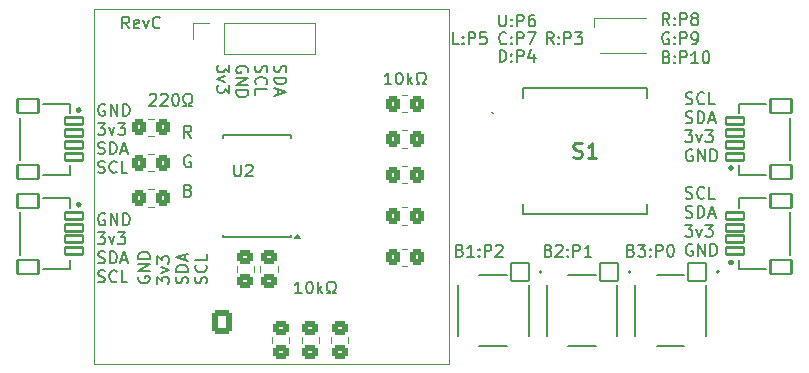
<source format=gbr>
%TF.GenerationSoftware,KiCad,Pcbnew,8.0.3*%
%TF.CreationDate,2024-10-26T21:30:25-07:00*%
%TF.ProjectId,oled_controller,6f6c6564-5f63-46f6-9e74-726f6c6c6572,rev?*%
%TF.SameCoordinates,Original*%
%TF.FileFunction,Legend,Top*%
%TF.FilePolarity,Positive*%
%FSLAX46Y46*%
G04 Gerber Fmt 4.6, Leading zero omitted, Abs format (unit mm)*
G04 Created by KiCad (PCBNEW 8.0.3) date 2024-10-26 21:30:25*
%MOMM*%
%LPD*%
G01*
G04 APERTURE LIST*
G04 Aperture macros list*
%AMRoundRect*
0 Rectangle with rounded corners*
0 $1 Rounding radius*
0 $2 $3 $4 $5 $6 $7 $8 $9 X,Y pos of 4 corners*
0 Add a 4 corners polygon primitive as box body*
4,1,4,$2,$3,$4,$5,$6,$7,$8,$9,$2,$3,0*
0 Add four circle primitives for the rounded corners*
1,1,$1+$1,$2,$3*
1,1,$1+$1,$4,$5*
1,1,$1+$1,$6,$7*
1,1,$1+$1,$8,$9*
0 Add four rect primitives between the rounded corners*
20,1,$1+$1,$2,$3,$4,$5,0*
20,1,$1+$1,$4,$5,$6,$7,0*
20,1,$1+$1,$6,$7,$8,$9,0*
20,1,$1+$1,$8,$9,$2,$3,0*%
G04 Aperture macros list end*
%ADD10C,0.100000*%
%ADD11C,0.150000*%
%ADD12C,0.254000*%
%ADD13C,0.200000*%
%ADD14C,0.120000*%
%ADD15C,0.127000*%
%ADD16C,0.300000*%
%ADD17C,1.000000*%
%ADD18R,2.000000X1.500000*%
%ADD19RoundRect,0.250000X0.450000X-0.350000X0.450000X0.350000X-0.450000X0.350000X-0.450000X-0.350000X0*%
%ADD20C,3.200000*%
%ADD21RoundRect,0.250000X-0.350000X-0.450000X0.350000X-0.450000X0.350000X0.450000X-0.350000X0.450000X0*%
%ADD22RoundRect,0.102000X0.775000X-0.300000X0.775000X0.300000X-0.775000X0.300000X-0.775000X-0.300000X0*%
%ADD23RoundRect,0.102000X0.900000X-0.600000X0.900000X0.600000X-0.900000X0.600000X-0.900000X-0.600000X0*%
%ADD24RoundRect,0.102000X-0.754000X0.754000X-0.754000X-0.754000X0.754000X-0.754000X0.754000X0.754000X0*%
%ADD25C,1.712000*%
%ADD26RoundRect,0.250000X-0.450000X0.350000X-0.450000X-0.350000X0.450000X-0.350000X0.450000X0.350000X0*%
%ADD27R,1.500000X1.100000*%
%ADD28R,1.750000X0.450000*%
%ADD29RoundRect,0.102000X-0.775000X0.300000X-0.775000X-0.300000X0.775000X-0.300000X0.775000X0.300000X0*%
%ADD30RoundRect,0.102000X-0.900000X0.600000X-0.900000X-0.600000X0.900000X-0.600000X0.900000X0.600000X0*%
%ADD31R,1.700000X1.700000*%
%ADD32O,1.700000X1.700000*%
%ADD33RoundRect,0.250000X0.350000X0.450000X-0.350000X0.450000X-0.350000X-0.450000X0.350000X-0.450000X0*%
%ADD34RoundRect,0.250000X0.600000X0.725000X-0.600000X0.725000X-0.600000X-0.725000X0.600000X-0.725000X0*%
%ADD35O,1.700000X1.950000*%
G04 APERTURE END LIST*
D10*
X57710000Y-51000000D02*
X87710000Y-51000000D01*
X87710000Y-81000000D01*
X57710000Y-81000000D01*
X57710000Y-51000000D01*
D11*
X82860588Y-57369819D02*
X82289160Y-57369819D01*
X82574874Y-57369819D02*
X82574874Y-56369819D01*
X82574874Y-56369819D02*
X82479636Y-56512676D01*
X82479636Y-56512676D02*
X82384398Y-56607914D01*
X82384398Y-56607914D02*
X82289160Y-56655533D01*
X83479636Y-56369819D02*
X83574874Y-56369819D01*
X83574874Y-56369819D02*
X83670112Y-56417438D01*
X83670112Y-56417438D02*
X83717731Y-56465057D01*
X83717731Y-56465057D02*
X83765350Y-56560295D01*
X83765350Y-56560295D02*
X83812969Y-56750771D01*
X83812969Y-56750771D02*
X83812969Y-56988866D01*
X83812969Y-56988866D02*
X83765350Y-57179342D01*
X83765350Y-57179342D02*
X83717731Y-57274580D01*
X83717731Y-57274580D02*
X83670112Y-57322200D01*
X83670112Y-57322200D02*
X83574874Y-57369819D01*
X83574874Y-57369819D02*
X83479636Y-57369819D01*
X83479636Y-57369819D02*
X83384398Y-57322200D01*
X83384398Y-57322200D02*
X83336779Y-57274580D01*
X83336779Y-57274580D02*
X83289160Y-57179342D01*
X83289160Y-57179342D02*
X83241541Y-56988866D01*
X83241541Y-56988866D02*
X83241541Y-56750771D01*
X83241541Y-56750771D02*
X83289160Y-56560295D01*
X83289160Y-56560295D02*
X83336779Y-56465057D01*
X83336779Y-56465057D02*
X83384398Y-56417438D01*
X83384398Y-56417438D02*
X83479636Y-56369819D01*
X84241541Y-57369819D02*
X84241541Y-56369819D01*
X84336779Y-56988866D02*
X84622493Y-57369819D01*
X84622493Y-56703152D02*
X84241541Y-57084104D01*
X85003446Y-57369819D02*
X85241541Y-57369819D01*
X85241541Y-57369819D02*
X85241541Y-57179342D01*
X85241541Y-57179342D02*
X85146303Y-57131723D01*
X85146303Y-57131723D02*
X85051065Y-57036485D01*
X85051065Y-57036485D02*
X85003446Y-56893628D01*
X85003446Y-56893628D02*
X85003446Y-56655533D01*
X85003446Y-56655533D02*
X85051065Y-56512676D01*
X85051065Y-56512676D02*
X85146303Y-56417438D01*
X85146303Y-56417438D02*
X85289160Y-56369819D01*
X85289160Y-56369819D02*
X85479636Y-56369819D01*
X85479636Y-56369819D02*
X85622493Y-56417438D01*
X85622493Y-56417438D02*
X85717731Y-56512676D01*
X85717731Y-56512676D02*
X85765350Y-56655533D01*
X85765350Y-56655533D02*
X85765350Y-56893628D01*
X85765350Y-56893628D02*
X85717731Y-57036485D01*
X85717731Y-57036485D02*
X85622493Y-57131723D01*
X85622493Y-57131723D02*
X85527255Y-57179342D01*
X85527255Y-57179342D02*
X85527255Y-57369819D01*
X85527255Y-57369819D02*
X85765350Y-57369819D01*
X58610588Y-59087606D02*
X58515350Y-59039987D01*
X58515350Y-59039987D02*
X58372493Y-59039987D01*
X58372493Y-59039987D02*
X58229636Y-59087606D01*
X58229636Y-59087606D02*
X58134398Y-59182844D01*
X58134398Y-59182844D02*
X58086779Y-59278082D01*
X58086779Y-59278082D02*
X58039160Y-59468558D01*
X58039160Y-59468558D02*
X58039160Y-59611415D01*
X58039160Y-59611415D02*
X58086779Y-59801891D01*
X58086779Y-59801891D02*
X58134398Y-59897129D01*
X58134398Y-59897129D02*
X58229636Y-59992368D01*
X58229636Y-59992368D02*
X58372493Y-60039987D01*
X58372493Y-60039987D02*
X58467731Y-60039987D01*
X58467731Y-60039987D02*
X58610588Y-59992368D01*
X58610588Y-59992368D02*
X58658207Y-59944748D01*
X58658207Y-59944748D02*
X58658207Y-59611415D01*
X58658207Y-59611415D02*
X58467731Y-59611415D01*
X59086779Y-60039987D02*
X59086779Y-59039987D01*
X59086779Y-59039987D02*
X59658207Y-60039987D01*
X59658207Y-60039987D02*
X59658207Y-59039987D01*
X60134398Y-60039987D02*
X60134398Y-59039987D01*
X60134398Y-59039987D02*
X60372493Y-59039987D01*
X60372493Y-59039987D02*
X60515350Y-59087606D01*
X60515350Y-59087606D02*
X60610588Y-59182844D01*
X60610588Y-59182844D02*
X60658207Y-59278082D01*
X60658207Y-59278082D02*
X60705826Y-59468558D01*
X60705826Y-59468558D02*
X60705826Y-59611415D01*
X60705826Y-59611415D02*
X60658207Y-59801891D01*
X60658207Y-59801891D02*
X60610588Y-59897129D01*
X60610588Y-59897129D02*
X60515350Y-59992368D01*
X60515350Y-59992368D02*
X60372493Y-60039987D01*
X60372493Y-60039987D02*
X60134398Y-60039987D01*
X57991541Y-60649931D02*
X58610588Y-60649931D01*
X58610588Y-60649931D02*
X58277255Y-61030883D01*
X58277255Y-61030883D02*
X58420112Y-61030883D01*
X58420112Y-61030883D02*
X58515350Y-61078502D01*
X58515350Y-61078502D02*
X58562969Y-61126121D01*
X58562969Y-61126121D02*
X58610588Y-61221359D01*
X58610588Y-61221359D02*
X58610588Y-61459454D01*
X58610588Y-61459454D02*
X58562969Y-61554692D01*
X58562969Y-61554692D02*
X58515350Y-61602312D01*
X58515350Y-61602312D02*
X58420112Y-61649931D01*
X58420112Y-61649931D02*
X58134398Y-61649931D01*
X58134398Y-61649931D02*
X58039160Y-61602312D01*
X58039160Y-61602312D02*
X57991541Y-61554692D01*
X58943922Y-60983264D02*
X59182017Y-61649931D01*
X59182017Y-61649931D02*
X59420112Y-60983264D01*
X59705827Y-60649931D02*
X60324874Y-60649931D01*
X60324874Y-60649931D02*
X59991541Y-61030883D01*
X59991541Y-61030883D02*
X60134398Y-61030883D01*
X60134398Y-61030883D02*
X60229636Y-61078502D01*
X60229636Y-61078502D02*
X60277255Y-61126121D01*
X60277255Y-61126121D02*
X60324874Y-61221359D01*
X60324874Y-61221359D02*
X60324874Y-61459454D01*
X60324874Y-61459454D02*
X60277255Y-61554692D01*
X60277255Y-61554692D02*
X60229636Y-61602312D01*
X60229636Y-61602312D02*
X60134398Y-61649931D01*
X60134398Y-61649931D02*
X59848684Y-61649931D01*
X59848684Y-61649931D02*
X59753446Y-61602312D01*
X59753446Y-61602312D02*
X59705827Y-61554692D01*
X58039160Y-63212256D02*
X58182017Y-63259875D01*
X58182017Y-63259875D02*
X58420112Y-63259875D01*
X58420112Y-63259875D02*
X58515350Y-63212256D01*
X58515350Y-63212256D02*
X58562969Y-63164636D01*
X58562969Y-63164636D02*
X58610588Y-63069398D01*
X58610588Y-63069398D02*
X58610588Y-62974160D01*
X58610588Y-62974160D02*
X58562969Y-62878922D01*
X58562969Y-62878922D02*
X58515350Y-62831303D01*
X58515350Y-62831303D02*
X58420112Y-62783684D01*
X58420112Y-62783684D02*
X58229636Y-62736065D01*
X58229636Y-62736065D02*
X58134398Y-62688446D01*
X58134398Y-62688446D02*
X58086779Y-62640827D01*
X58086779Y-62640827D02*
X58039160Y-62545589D01*
X58039160Y-62545589D02*
X58039160Y-62450351D01*
X58039160Y-62450351D02*
X58086779Y-62355113D01*
X58086779Y-62355113D02*
X58134398Y-62307494D01*
X58134398Y-62307494D02*
X58229636Y-62259875D01*
X58229636Y-62259875D02*
X58467731Y-62259875D01*
X58467731Y-62259875D02*
X58610588Y-62307494D01*
X59039160Y-63259875D02*
X59039160Y-62259875D01*
X59039160Y-62259875D02*
X59277255Y-62259875D01*
X59277255Y-62259875D02*
X59420112Y-62307494D01*
X59420112Y-62307494D02*
X59515350Y-62402732D01*
X59515350Y-62402732D02*
X59562969Y-62497970D01*
X59562969Y-62497970D02*
X59610588Y-62688446D01*
X59610588Y-62688446D02*
X59610588Y-62831303D01*
X59610588Y-62831303D02*
X59562969Y-63021779D01*
X59562969Y-63021779D02*
X59515350Y-63117017D01*
X59515350Y-63117017D02*
X59420112Y-63212256D01*
X59420112Y-63212256D02*
X59277255Y-63259875D01*
X59277255Y-63259875D02*
X59039160Y-63259875D01*
X59991541Y-62974160D02*
X60467731Y-62974160D01*
X59896303Y-63259875D02*
X60229636Y-62259875D01*
X60229636Y-62259875D02*
X60562969Y-63259875D01*
X58039160Y-64822200D02*
X58182017Y-64869819D01*
X58182017Y-64869819D02*
X58420112Y-64869819D01*
X58420112Y-64869819D02*
X58515350Y-64822200D01*
X58515350Y-64822200D02*
X58562969Y-64774580D01*
X58562969Y-64774580D02*
X58610588Y-64679342D01*
X58610588Y-64679342D02*
X58610588Y-64584104D01*
X58610588Y-64584104D02*
X58562969Y-64488866D01*
X58562969Y-64488866D02*
X58515350Y-64441247D01*
X58515350Y-64441247D02*
X58420112Y-64393628D01*
X58420112Y-64393628D02*
X58229636Y-64346009D01*
X58229636Y-64346009D02*
X58134398Y-64298390D01*
X58134398Y-64298390D02*
X58086779Y-64250771D01*
X58086779Y-64250771D02*
X58039160Y-64155533D01*
X58039160Y-64155533D02*
X58039160Y-64060295D01*
X58039160Y-64060295D02*
X58086779Y-63965057D01*
X58086779Y-63965057D02*
X58134398Y-63917438D01*
X58134398Y-63917438D02*
X58229636Y-63869819D01*
X58229636Y-63869819D02*
X58467731Y-63869819D01*
X58467731Y-63869819D02*
X58610588Y-63917438D01*
X59610588Y-64774580D02*
X59562969Y-64822200D01*
X59562969Y-64822200D02*
X59420112Y-64869819D01*
X59420112Y-64869819D02*
X59324874Y-64869819D01*
X59324874Y-64869819D02*
X59182017Y-64822200D01*
X59182017Y-64822200D02*
X59086779Y-64726961D01*
X59086779Y-64726961D02*
X59039160Y-64631723D01*
X59039160Y-64631723D02*
X58991541Y-64441247D01*
X58991541Y-64441247D02*
X58991541Y-64298390D01*
X58991541Y-64298390D02*
X59039160Y-64107914D01*
X59039160Y-64107914D02*
X59086779Y-64012676D01*
X59086779Y-64012676D02*
X59182017Y-63917438D01*
X59182017Y-63917438D02*
X59324874Y-63869819D01*
X59324874Y-63869819D02*
X59420112Y-63869819D01*
X59420112Y-63869819D02*
X59562969Y-63917438D01*
X59562969Y-63917438D02*
X59610588Y-63965057D01*
X60515350Y-64869819D02*
X60039160Y-64869819D01*
X60039160Y-64869819D02*
X60039160Y-63869819D01*
X88670112Y-71431009D02*
X88812969Y-71478628D01*
X88812969Y-71478628D02*
X88860588Y-71526247D01*
X88860588Y-71526247D02*
X88908207Y-71621485D01*
X88908207Y-71621485D02*
X88908207Y-71764342D01*
X88908207Y-71764342D02*
X88860588Y-71859580D01*
X88860588Y-71859580D02*
X88812969Y-71907200D01*
X88812969Y-71907200D02*
X88717731Y-71954819D01*
X88717731Y-71954819D02*
X88336779Y-71954819D01*
X88336779Y-71954819D02*
X88336779Y-70954819D01*
X88336779Y-70954819D02*
X88670112Y-70954819D01*
X88670112Y-70954819D02*
X88765350Y-71002438D01*
X88765350Y-71002438D02*
X88812969Y-71050057D01*
X88812969Y-71050057D02*
X88860588Y-71145295D01*
X88860588Y-71145295D02*
X88860588Y-71240533D01*
X88860588Y-71240533D02*
X88812969Y-71335771D01*
X88812969Y-71335771D02*
X88765350Y-71383390D01*
X88765350Y-71383390D02*
X88670112Y-71431009D01*
X88670112Y-71431009D02*
X88336779Y-71431009D01*
X89860588Y-71954819D02*
X89289160Y-71954819D01*
X89574874Y-71954819D02*
X89574874Y-70954819D01*
X89574874Y-70954819D02*
X89479636Y-71097676D01*
X89479636Y-71097676D02*
X89384398Y-71192914D01*
X89384398Y-71192914D02*
X89289160Y-71240533D01*
X90289160Y-71859580D02*
X90336779Y-71907200D01*
X90336779Y-71907200D02*
X90289160Y-71954819D01*
X90289160Y-71954819D02*
X90241541Y-71907200D01*
X90241541Y-71907200D02*
X90289160Y-71859580D01*
X90289160Y-71859580D02*
X90289160Y-71954819D01*
X90289160Y-71335771D02*
X90336779Y-71383390D01*
X90336779Y-71383390D02*
X90289160Y-71431009D01*
X90289160Y-71431009D02*
X90241541Y-71383390D01*
X90241541Y-71383390D02*
X90289160Y-71335771D01*
X90289160Y-71335771D02*
X90289160Y-71431009D01*
X90765350Y-71954819D02*
X90765350Y-70954819D01*
X90765350Y-70954819D02*
X91146302Y-70954819D01*
X91146302Y-70954819D02*
X91241540Y-71002438D01*
X91241540Y-71002438D02*
X91289159Y-71050057D01*
X91289159Y-71050057D02*
X91336778Y-71145295D01*
X91336778Y-71145295D02*
X91336778Y-71288152D01*
X91336778Y-71288152D02*
X91289159Y-71383390D01*
X91289159Y-71383390D02*
X91241540Y-71431009D01*
X91241540Y-71431009D02*
X91146302Y-71478628D01*
X91146302Y-71478628D02*
X90765350Y-71478628D01*
X91717731Y-71050057D02*
X91765350Y-71002438D01*
X91765350Y-71002438D02*
X91860588Y-70954819D01*
X91860588Y-70954819D02*
X92098683Y-70954819D01*
X92098683Y-70954819D02*
X92193921Y-71002438D01*
X92193921Y-71002438D02*
X92241540Y-71050057D01*
X92241540Y-71050057D02*
X92289159Y-71145295D01*
X92289159Y-71145295D02*
X92289159Y-71240533D01*
X92289159Y-71240533D02*
X92241540Y-71383390D01*
X92241540Y-71383390D02*
X91670112Y-71954819D01*
X91670112Y-71954819D02*
X92289159Y-71954819D01*
X103170112Y-71431009D02*
X103312969Y-71478628D01*
X103312969Y-71478628D02*
X103360588Y-71526247D01*
X103360588Y-71526247D02*
X103408207Y-71621485D01*
X103408207Y-71621485D02*
X103408207Y-71764342D01*
X103408207Y-71764342D02*
X103360588Y-71859580D01*
X103360588Y-71859580D02*
X103312969Y-71907200D01*
X103312969Y-71907200D02*
X103217731Y-71954819D01*
X103217731Y-71954819D02*
X102836779Y-71954819D01*
X102836779Y-71954819D02*
X102836779Y-70954819D01*
X102836779Y-70954819D02*
X103170112Y-70954819D01*
X103170112Y-70954819D02*
X103265350Y-71002438D01*
X103265350Y-71002438D02*
X103312969Y-71050057D01*
X103312969Y-71050057D02*
X103360588Y-71145295D01*
X103360588Y-71145295D02*
X103360588Y-71240533D01*
X103360588Y-71240533D02*
X103312969Y-71335771D01*
X103312969Y-71335771D02*
X103265350Y-71383390D01*
X103265350Y-71383390D02*
X103170112Y-71431009D01*
X103170112Y-71431009D02*
X102836779Y-71431009D01*
X103741541Y-70954819D02*
X104360588Y-70954819D01*
X104360588Y-70954819D02*
X104027255Y-71335771D01*
X104027255Y-71335771D02*
X104170112Y-71335771D01*
X104170112Y-71335771D02*
X104265350Y-71383390D01*
X104265350Y-71383390D02*
X104312969Y-71431009D01*
X104312969Y-71431009D02*
X104360588Y-71526247D01*
X104360588Y-71526247D02*
X104360588Y-71764342D01*
X104360588Y-71764342D02*
X104312969Y-71859580D01*
X104312969Y-71859580D02*
X104265350Y-71907200D01*
X104265350Y-71907200D02*
X104170112Y-71954819D01*
X104170112Y-71954819D02*
X103884398Y-71954819D01*
X103884398Y-71954819D02*
X103789160Y-71907200D01*
X103789160Y-71907200D02*
X103741541Y-71859580D01*
X104789160Y-71859580D02*
X104836779Y-71907200D01*
X104836779Y-71907200D02*
X104789160Y-71954819D01*
X104789160Y-71954819D02*
X104741541Y-71907200D01*
X104741541Y-71907200D02*
X104789160Y-71859580D01*
X104789160Y-71859580D02*
X104789160Y-71954819D01*
X104789160Y-71335771D02*
X104836779Y-71383390D01*
X104836779Y-71383390D02*
X104789160Y-71431009D01*
X104789160Y-71431009D02*
X104741541Y-71383390D01*
X104741541Y-71383390D02*
X104789160Y-71335771D01*
X104789160Y-71335771D02*
X104789160Y-71431009D01*
X105265350Y-71954819D02*
X105265350Y-70954819D01*
X105265350Y-70954819D02*
X105646302Y-70954819D01*
X105646302Y-70954819D02*
X105741540Y-71002438D01*
X105741540Y-71002438D02*
X105789159Y-71050057D01*
X105789159Y-71050057D02*
X105836778Y-71145295D01*
X105836778Y-71145295D02*
X105836778Y-71288152D01*
X105836778Y-71288152D02*
X105789159Y-71383390D01*
X105789159Y-71383390D02*
X105741540Y-71431009D01*
X105741540Y-71431009D02*
X105646302Y-71478628D01*
X105646302Y-71478628D02*
X105265350Y-71478628D01*
X106455826Y-70954819D02*
X106551064Y-70954819D01*
X106551064Y-70954819D02*
X106646302Y-71002438D01*
X106646302Y-71002438D02*
X106693921Y-71050057D01*
X106693921Y-71050057D02*
X106741540Y-71145295D01*
X106741540Y-71145295D02*
X106789159Y-71335771D01*
X106789159Y-71335771D02*
X106789159Y-71573866D01*
X106789159Y-71573866D02*
X106741540Y-71764342D01*
X106741540Y-71764342D02*
X106693921Y-71859580D01*
X106693921Y-71859580D02*
X106646302Y-71907200D01*
X106646302Y-71907200D02*
X106551064Y-71954819D01*
X106551064Y-71954819D02*
X106455826Y-71954819D01*
X106455826Y-71954819D02*
X106360588Y-71907200D01*
X106360588Y-71907200D02*
X106312969Y-71859580D01*
X106312969Y-71859580D02*
X106265350Y-71764342D01*
X106265350Y-71764342D02*
X106217731Y-71573866D01*
X106217731Y-71573866D02*
X106217731Y-71335771D01*
X106217731Y-71335771D02*
X106265350Y-71145295D01*
X106265350Y-71145295D02*
X106312969Y-71050057D01*
X106312969Y-71050057D02*
X106360588Y-71002438D01*
X106360588Y-71002438D02*
X106455826Y-70954819D01*
X96170112Y-71431009D02*
X96312969Y-71478628D01*
X96312969Y-71478628D02*
X96360588Y-71526247D01*
X96360588Y-71526247D02*
X96408207Y-71621485D01*
X96408207Y-71621485D02*
X96408207Y-71764342D01*
X96408207Y-71764342D02*
X96360588Y-71859580D01*
X96360588Y-71859580D02*
X96312969Y-71907200D01*
X96312969Y-71907200D02*
X96217731Y-71954819D01*
X96217731Y-71954819D02*
X95836779Y-71954819D01*
X95836779Y-71954819D02*
X95836779Y-70954819D01*
X95836779Y-70954819D02*
X96170112Y-70954819D01*
X96170112Y-70954819D02*
X96265350Y-71002438D01*
X96265350Y-71002438D02*
X96312969Y-71050057D01*
X96312969Y-71050057D02*
X96360588Y-71145295D01*
X96360588Y-71145295D02*
X96360588Y-71240533D01*
X96360588Y-71240533D02*
X96312969Y-71335771D01*
X96312969Y-71335771D02*
X96265350Y-71383390D01*
X96265350Y-71383390D02*
X96170112Y-71431009D01*
X96170112Y-71431009D02*
X95836779Y-71431009D01*
X96789160Y-71050057D02*
X96836779Y-71002438D01*
X96836779Y-71002438D02*
X96932017Y-70954819D01*
X96932017Y-70954819D02*
X97170112Y-70954819D01*
X97170112Y-70954819D02*
X97265350Y-71002438D01*
X97265350Y-71002438D02*
X97312969Y-71050057D01*
X97312969Y-71050057D02*
X97360588Y-71145295D01*
X97360588Y-71145295D02*
X97360588Y-71240533D01*
X97360588Y-71240533D02*
X97312969Y-71383390D01*
X97312969Y-71383390D02*
X96741541Y-71954819D01*
X96741541Y-71954819D02*
X97360588Y-71954819D01*
X97789160Y-71859580D02*
X97836779Y-71907200D01*
X97836779Y-71907200D02*
X97789160Y-71954819D01*
X97789160Y-71954819D02*
X97741541Y-71907200D01*
X97741541Y-71907200D02*
X97789160Y-71859580D01*
X97789160Y-71859580D02*
X97789160Y-71954819D01*
X97789160Y-71335771D02*
X97836779Y-71383390D01*
X97836779Y-71383390D02*
X97789160Y-71431009D01*
X97789160Y-71431009D02*
X97741541Y-71383390D01*
X97741541Y-71383390D02*
X97789160Y-71335771D01*
X97789160Y-71335771D02*
X97789160Y-71431009D01*
X98265350Y-71954819D02*
X98265350Y-70954819D01*
X98265350Y-70954819D02*
X98646302Y-70954819D01*
X98646302Y-70954819D02*
X98741540Y-71002438D01*
X98741540Y-71002438D02*
X98789159Y-71050057D01*
X98789159Y-71050057D02*
X98836778Y-71145295D01*
X98836778Y-71145295D02*
X98836778Y-71288152D01*
X98836778Y-71288152D02*
X98789159Y-71383390D01*
X98789159Y-71383390D02*
X98741540Y-71431009D01*
X98741540Y-71431009D02*
X98646302Y-71478628D01*
X98646302Y-71478628D02*
X98265350Y-71478628D01*
X99789159Y-71954819D02*
X99217731Y-71954819D01*
X99503445Y-71954819D02*
X99503445Y-70954819D01*
X99503445Y-70954819D02*
X99408207Y-71097676D01*
X99408207Y-71097676D02*
X99312969Y-71192914D01*
X99312969Y-71192914D02*
X99217731Y-71240533D01*
X65860588Y-63417438D02*
X65765350Y-63369819D01*
X65765350Y-63369819D02*
X65622493Y-63369819D01*
X65622493Y-63369819D02*
X65479636Y-63417438D01*
X65479636Y-63417438D02*
X65384398Y-63512676D01*
X65384398Y-63512676D02*
X65336779Y-63607914D01*
X65336779Y-63607914D02*
X65289160Y-63798390D01*
X65289160Y-63798390D02*
X65289160Y-63941247D01*
X65289160Y-63941247D02*
X65336779Y-64131723D01*
X65336779Y-64131723D02*
X65384398Y-64226961D01*
X65384398Y-64226961D02*
X65479636Y-64322200D01*
X65479636Y-64322200D02*
X65622493Y-64369819D01*
X65622493Y-64369819D02*
X65717731Y-64369819D01*
X65717731Y-64369819D02*
X65860588Y-64322200D01*
X65860588Y-64322200D02*
X65908207Y-64274580D01*
X65908207Y-64274580D02*
X65908207Y-63941247D01*
X65908207Y-63941247D02*
X65717731Y-63941247D01*
X92000000Y-51454819D02*
X92000000Y-52264342D01*
X92000000Y-52264342D02*
X92047619Y-52359580D01*
X92047619Y-52359580D02*
X92095238Y-52407200D01*
X92095238Y-52407200D02*
X92190476Y-52454819D01*
X92190476Y-52454819D02*
X92380952Y-52454819D01*
X92380952Y-52454819D02*
X92476190Y-52407200D01*
X92476190Y-52407200D02*
X92523809Y-52359580D01*
X92523809Y-52359580D02*
X92571428Y-52264342D01*
X92571428Y-52264342D02*
X92571428Y-51454819D01*
X93047619Y-52359580D02*
X93095238Y-52407200D01*
X93095238Y-52407200D02*
X93047619Y-52454819D01*
X93047619Y-52454819D02*
X93000000Y-52407200D01*
X93000000Y-52407200D02*
X93047619Y-52359580D01*
X93047619Y-52359580D02*
X93047619Y-52454819D01*
X93047619Y-51835771D02*
X93095238Y-51883390D01*
X93095238Y-51883390D02*
X93047619Y-51931009D01*
X93047619Y-51931009D02*
X93000000Y-51883390D01*
X93000000Y-51883390D02*
X93047619Y-51835771D01*
X93047619Y-51835771D02*
X93047619Y-51931009D01*
X93523809Y-52454819D02*
X93523809Y-51454819D01*
X93523809Y-51454819D02*
X93904761Y-51454819D01*
X93904761Y-51454819D02*
X93999999Y-51502438D01*
X93999999Y-51502438D02*
X94047618Y-51550057D01*
X94047618Y-51550057D02*
X94095237Y-51645295D01*
X94095237Y-51645295D02*
X94095237Y-51788152D01*
X94095237Y-51788152D02*
X94047618Y-51883390D01*
X94047618Y-51883390D02*
X93999999Y-51931009D01*
X93999999Y-51931009D02*
X93904761Y-51978628D01*
X93904761Y-51978628D02*
X93523809Y-51978628D01*
X94952380Y-51454819D02*
X94761904Y-51454819D01*
X94761904Y-51454819D02*
X94666666Y-51502438D01*
X94666666Y-51502438D02*
X94619047Y-51550057D01*
X94619047Y-51550057D02*
X94523809Y-51692914D01*
X94523809Y-51692914D02*
X94476190Y-51883390D01*
X94476190Y-51883390D02*
X94476190Y-52264342D01*
X94476190Y-52264342D02*
X94523809Y-52359580D01*
X94523809Y-52359580D02*
X94571428Y-52407200D01*
X94571428Y-52407200D02*
X94666666Y-52454819D01*
X94666666Y-52454819D02*
X94857142Y-52454819D01*
X94857142Y-52454819D02*
X94952380Y-52407200D01*
X94952380Y-52407200D02*
X94999999Y-52359580D01*
X94999999Y-52359580D02*
X95047618Y-52264342D01*
X95047618Y-52264342D02*
X95047618Y-52026247D01*
X95047618Y-52026247D02*
X94999999Y-51931009D01*
X94999999Y-51931009D02*
X94952380Y-51883390D01*
X94952380Y-51883390D02*
X94857142Y-51835771D01*
X94857142Y-51835771D02*
X94666666Y-51835771D01*
X94666666Y-51835771D02*
X94571428Y-51883390D01*
X94571428Y-51883390D02*
X94523809Y-51931009D01*
X94523809Y-51931009D02*
X94476190Y-52026247D01*
X60658207Y-52619819D02*
X60324874Y-52143628D01*
X60086779Y-52619819D02*
X60086779Y-51619819D01*
X60086779Y-51619819D02*
X60467731Y-51619819D01*
X60467731Y-51619819D02*
X60562969Y-51667438D01*
X60562969Y-51667438D02*
X60610588Y-51715057D01*
X60610588Y-51715057D02*
X60658207Y-51810295D01*
X60658207Y-51810295D02*
X60658207Y-51953152D01*
X60658207Y-51953152D02*
X60610588Y-52048390D01*
X60610588Y-52048390D02*
X60562969Y-52096009D01*
X60562969Y-52096009D02*
X60467731Y-52143628D01*
X60467731Y-52143628D02*
X60086779Y-52143628D01*
X61467731Y-52572200D02*
X61372493Y-52619819D01*
X61372493Y-52619819D02*
X61182017Y-52619819D01*
X61182017Y-52619819D02*
X61086779Y-52572200D01*
X61086779Y-52572200D02*
X61039160Y-52476961D01*
X61039160Y-52476961D02*
X61039160Y-52096009D01*
X61039160Y-52096009D02*
X61086779Y-52000771D01*
X61086779Y-52000771D02*
X61182017Y-51953152D01*
X61182017Y-51953152D02*
X61372493Y-51953152D01*
X61372493Y-51953152D02*
X61467731Y-52000771D01*
X61467731Y-52000771D02*
X61515350Y-52096009D01*
X61515350Y-52096009D02*
X61515350Y-52191247D01*
X61515350Y-52191247D02*
X61039160Y-52286485D01*
X61848684Y-51953152D02*
X62086779Y-52619819D01*
X62086779Y-52619819D02*
X62324874Y-51953152D01*
X63277255Y-52524580D02*
X63229636Y-52572200D01*
X63229636Y-52572200D02*
X63086779Y-52619819D01*
X63086779Y-52619819D02*
X62991541Y-52619819D01*
X62991541Y-52619819D02*
X62848684Y-52572200D01*
X62848684Y-52572200D02*
X62753446Y-52476961D01*
X62753446Y-52476961D02*
X62705827Y-52381723D01*
X62705827Y-52381723D02*
X62658208Y-52191247D01*
X62658208Y-52191247D02*
X62658208Y-52048390D01*
X62658208Y-52048390D02*
X62705827Y-51857914D01*
X62705827Y-51857914D02*
X62753446Y-51762676D01*
X62753446Y-51762676D02*
X62848684Y-51667438D01*
X62848684Y-51667438D02*
X62991541Y-51619819D01*
X62991541Y-51619819D02*
X63086779Y-51619819D01*
X63086779Y-51619819D02*
X63229636Y-51667438D01*
X63229636Y-51667438D02*
X63277255Y-51715057D01*
X88595238Y-53954819D02*
X88119048Y-53954819D01*
X88119048Y-53954819D02*
X88119048Y-52954819D01*
X88928572Y-53859580D02*
X88976191Y-53907200D01*
X88976191Y-53907200D02*
X88928572Y-53954819D01*
X88928572Y-53954819D02*
X88880953Y-53907200D01*
X88880953Y-53907200D02*
X88928572Y-53859580D01*
X88928572Y-53859580D02*
X88928572Y-53954819D01*
X88928572Y-53335771D02*
X88976191Y-53383390D01*
X88976191Y-53383390D02*
X88928572Y-53431009D01*
X88928572Y-53431009D02*
X88880953Y-53383390D01*
X88880953Y-53383390D02*
X88928572Y-53335771D01*
X88928572Y-53335771D02*
X88928572Y-53431009D01*
X89404762Y-53954819D02*
X89404762Y-52954819D01*
X89404762Y-52954819D02*
X89785714Y-52954819D01*
X89785714Y-52954819D02*
X89880952Y-53002438D01*
X89880952Y-53002438D02*
X89928571Y-53050057D01*
X89928571Y-53050057D02*
X89976190Y-53145295D01*
X89976190Y-53145295D02*
X89976190Y-53288152D01*
X89976190Y-53288152D02*
X89928571Y-53383390D01*
X89928571Y-53383390D02*
X89880952Y-53431009D01*
X89880952Y-53431009D02*
X89785714Y-53478628D01*
X89785714Y-53478628D02*
X89404762Y-53478628D01*
X90880952Y-52954819D02*
X90404762Y-52954819D01*
X90404762Y-52954819D02*
X90357143Y-53431009D01*
X90357143Y-53431009D02*
X90404762Y-53383390D01*
X90404762Y-53383390D02*
X90500000Y-53335771D01*
X90500000Y-53335771D02*
X90738095Y-53335771D01*
X90738095Y-53335771D02*
X90833333Y-53383390D01*
X90833333Y-53383390D02*
X90880952Y-53431009D01*
X90880952Y-53431009D02*
X90928571Y-53526247D01*
X90928571Y-53526247D02*
X90928571Y-53764342D01*
X90928571Y-53764342D02*
X90880952Y-53859580D01*
X90880952Y-53859580D02*
X90833333Y-53907200D01*
X90833333Y-53907200D02*
X90738095Y-53954819D01*
X90738095Y-53954819D02*
X90500000Y-53954819D01*
X90500000Y-53954819D02*
X90404762Y-53907200D01*
X90404762Y-53907200D02*
X90357143Y-53859580D01*
X58610588Y-68337606D02*
X58515350Y-68289987D01*
X58515350Y-68289987D02*
X58372493Y-68289987D01*
X58372493Y-68289987D02*
X58229636Y-68337606D01*
X58229636Y-68337606D02*
X58134398Y-68432844D01*
X58134398Y-68432844D02*
X58086779Y-68528082D01*
X58086779Y-68528082D02*
X58039160Y-68718558D01*
X58039160Y-68718558D02*
X58039160Y-68861415D01*
X58039160Y-68861415D02*
X58086779Y-69051891D01*
X58086779Y-69051891D02*
X58134398Y-69147129D01*
X58134398Y-69147129D02*
X58229636Y-69242368D01*
X58229636Y-69242368D02*
X58372493Y-69289987D01*
X58372493Y-69289987D02*
X58467731Y-69289987D01*
X58467731Y-69289987D02*
X58610588Y-69242368D01*
X58610588Y-69242368D02*
X58658207Y-69194748D01*
X58658207Y-69194748D02*
X58658207Y-68861415D01*
X58658207Y-68861415D02*
X58467731Y-68861415D01*
X59086779Y-69289987D02*
X59086779Y-68289987D01*
X59086779Y-68289987D02*
X59658207Y-69289987D01*
X59658207Y-69289987D02*
X59658207Y-68289987D01*
X60134398Y-69289987D02*
X60134398Y-68289987D01*
X60134398Y-68289987D02*
X60372493Y-68289987D01*
X60372493Y-68289987D02*
X60515350Y-68337606D01*
X60515350Y-68337606D02*
X60610588Y-68432844D01*
X60610588Y-68432844D02*
X60658207Y-68528082D01*
X60658207Y-68528082D02*
X60705826Y-68718558D01*
X60705826Y-68718558D02*
X60705826Y-68861415D01*
X60705826Y-68861415D02*
X60658207Y-69051891D01*
X60658207Y-69051891D02*
X60610588Y-69147129D01*
X60610588Y-69147129D02*
X60515350Y-69242368D01*
X60515350Y-69242368D02*
X60372493Y-69289987D01*
X60372493Y-69289987D02*
X60134398Y-69289987D01*
X57991541Y-69899931D02*
X58610588Y-69899931D01*
X58610588Y-69899931D02*
X58277255Y-70280883D01*
X58277255Y-70280883D02*
X58420112Y-70280883D01*
X58420112Y-70280883D02*
X58515350Y-70328502D01*
X58515350Y-70328502D02*
X58562969Y-70376121D01*
X58562969Y-70376121D02*
X58610588Y-70471359D01*
X58610588Y-70471359D02*
X58610588Y-70709454D01*
X58610588Y-70709454D02*
X58562969Y-70804692D01*
X58562969Y-70804692D02*
X58515350Y-70852312D01*
X58515350Y-70852312D02*
X58420112Y-70899931D01*
X58420112Y-70899931D02*
X58134398Y-70899931D01*
X58134398Y-70899931D02*
X58039160Y-70852312D01*
X58039160Y-70852312D02*
X57991541Y-70804692D01*
X58943922Y-70233264D02*
X59182017Y-70899931D01*
X59182017Y-70899931D02*
X59420112Y-70233264D01*
X59705827Y-69899931D02*
X60324874Y-69899931D01*
X60324874Y-69899931D02*
X59991541Y-70280883D01*
X59991541Y-70280883D02*
X60134398Y-70280883D01*
X60134398Y-70280883D02*
X60229636Y-70328502D01*
X60229636Y-70328502D02*
X60277255Y-70376121D01*
X60277255Y-70376121D02*
X60324874Y-70471359D01*
X60324874Y-70471359D02*
X60324874Y-70709454D01*
X60324874Y-70709454D02*
X60277255Y-70804692D01*
X60277255Y-70804692D02*
X60229636Y-70852312D01*
X60229636Y-70852312D02*
X60134398Y-70899931D01*
X60134398Y-70899931D02*
X59848684Y-70899931D01*
X59848684Y-70899931D02*
X59753446Y-70852312D01*
X59753446Y-70852312D02*
X59705827Y-70804692D01*
X58039160Y-72462256D02*
X58182017Y-72509875D01*
X58182017Y-72509875D02*
X58420112Y-72509875D01*
X58420112Y-72509875D02*
X58515350Y-72462256D01*
X58515350Y-72462256D02*
X58562969Y-72414636D01*
X58562969Y-72414636D02*
X58610588Y-72319398D01*
X58610588Y-72319398D02*
X58610588Y-72224160D01*
X58610588Y-72224160D02*
X58562969Y-72128922D01*
X58562969Y-72128922D02*
X58515350Y-72081303D01*
X58515350Y-72081303D02*
X58420112Y-72033684D01*
X58420112Y-72033684D02*
X58229636Y-71986065D01*
X58229636Y-71986065D02*
X58134398Y-71938446D01*
X58134398Y-71938446D02*
X58086779Y-71890827D01*
X58086779Y-71890827D02*
X58039160Y-71795589D01*
X58039160Y-71795589D02*
X58039160Y-71700351D01*
X58039160Y-71700351D02*
X58086779Y-71605113D01*
X58086779Y-71605113D02*
X58134398Y-71557494D01*
X58134398Y-71557494D02*
X58229636Y-71509875D01*
X58229636Y-71509875D02*
X58467731Y-71509875D01*
X58467731Y-71509875D02*
X58610588Y-71557494D01*
X59039160Y-72509875D02*
X59039160Y-71509875D01*
X59039160Y-71509875D02*
X59277255Y-71509875D01*
X59277255Y-71509875D02*
X59420112Y-71557494D01*
X59420112Y-71557494D02*
X59515350Y-71652732D01*
X59515350Y-71652732D02*
X59562969Y-71747970D01*
X59562969Y-71747970D02*
X59610588Y-71938446D01*
X59610588Y-71938446D02*
X59610588Y-72081303D01*
X59610588Y-72081303D02*
X59562969Y-72271779D01*
X59562969Y-72271779D02*
X59515350Y-72367017D01*
X59515350Y-72367017D02*
X59420112Y-72462256D01*
X59420112Y-72462256D02*
X59277255Y-72509875D01*
X59277255Y-72509875D02*
X59039160Y-72509875D01*
X59991541Y-72224160D02*
X60467731Y-72224160D01*
X59896303Y-72509875D02*
X60229636Y-71509875D01*
X60229636Y-71509875D02*
X60562969Y-72509875D01*
X58039160Y-74072200D02*
X58182017Y-74119819D01*
X58182017Y-74119819D02*
X58420112Y-74119819D01*
X58420112Y-74119819D02*
X58515350Y-74072200D01*
X58515350Y-74072200D02*
X58562969Y-74024580D01*
X58562969Y-74024580D02*
X58610588Y-73929342D01*
X58610588Y-73929342D02*
X58610588Y-73834104D01*
X58610588Y-73834104D02*
X58562969Y-73738866D01*
X58562969Y-73738866D02*
X58515350Y-73691247D01*
X58515350Y-73691247D02*
X58420112Y-73643628D01*
X58420112Y-73643628D02*
X58229636Y-73596009D01*
X58229636Y-73596009D02*
X58134398Y-73548390D01*
X58134398Y-73548390D02*
X58086779Y-73500771D01*
X58086779Y-73500771D02*
X58039160Y-73405533D01*
X58039160Y-73405533D02*
X58039160Y-73310295D01*
X58039160Y-73310295D02*
X58086779Y-73215057D01*
X58086779Y-73215057D02*
X58134398Y-73167438D01*
X58134398Y-73167438D02*
X58229636Y-73119819D01*
X58229636Y-73119819D02*
X58467731Y-73119819D01*
X58467731Y-73119819D02*
X58610588Y-73167438D01*
X59610588Y-74024580D02*
X59562969Y-74072200D01*
X59562969Y-74072200D02*
X59420112Y-74119819D01*
X59420112Y-74119819D02*
X59324874Y-74119819D01*
X59324874Y-74119819D02*
X59182017Y-74072200D01*
X59182017Y-74072200D02*
X59086779Y-73976961D01*
X59086779Y-73976961D02*
X59039160Y-73881723D01*
X59039160Y-73881723D02*
X58991541Y-73691247D01*
X58991541Y-73691247D02*
X58991541Y-73548390D01*
X58991541Y-73548390D02*
X59039160Y-73357914D01*
X59039160Y-73357914D02*
X59086779Y-73262676D01*
X59086779Y-73262676D02*
X59182017Y-73167438D01*
X59182017Y-73167438D02*
X59324874Y-73119819D01*
X59324874Y-73119819D02*
X59420112Y-73119819D01*
X59420112Y-73119819D02*
X59562969Y-73167438D01*
X59562969Y-73167438D02*
X59610588Y-73215057D01*
X60515350Y-74119819D02*
X60039160Y-74119819D01*
X60039160Y-74119819D02*
X60039160Y-73119819D01*
X75260588Y-75069819D02*
X74689160Y-75069819D01*
X74974874Y-75069819D02*
X74974874Y-74069819D01*
X74974874Y-74069819D02*
X74879636Y-74212676D01*
X74879636Y-74212676D02*
X74784398Y-74307914D01*
X74784398Y-74307914D02*
X74689160Y-74355533D01*
X75879636Y-74069819D02*
X75974874Y-74069819D01*
X75974874Y-74069819D02*
X76070112Y-74117438D01*
X76070112Y-74117438D02*
X76117731Y-74165057D01*
X76117731Y-74165057D02*
X76165350Y-74260295D01*
X76165350Y-74260295D02*
X76212969Y-74450771D01*
X76212969Y-74450771D02*
X76212969Y-74688866D01*
X76212969Y-74688866D02*
X76165350Y-74879342D01*
X76165350Y-74879342D02*
X76117731Y-74974580D01*
X76117731Y-74974580D02*
X76070112Y-75022200D01*
X76070112Y-75022200D02*
X75974874Y-75069819D01*
X75974874Y-75069819D02*
X75879636Y-75069819D01*
X75879636Y-75069819D02*
X75784398Y-75022200D01*
X75784398Y-75022200D02*
X75736779Y-74974580D01*
X75736779Y-74974580D02*
X75689160Y-74879342D01*
X75689160Y-74879342D02*
X75641541Y-74688866D01*
X75641541Y-74688866D02*
X75641541Y-74450771D01*
X75641541Y-74450771D02*
X75689160Y-74260295D01*
X75689160Y-74260295D02*
X75736779Y-74165057D01*
X75736779Y-74165057D02*
X75784398Y-74117438D01*
X75784398Y-74117438D02*
X75879636Y-74069819D01*
X76641541Y-75069819D02*
X76641541Y-74069819D01*
X76736779Y-74688866D02*
X77022493Y-75069819D01*
X77022493Y-74403152D02*
X76641541Y-74784104D01*
X77403446Y-75069819D02*
X77641541Y-75069819D01*
X77641541Y-75069819D02*
X77641541Y-74879342D01*
X77641541Y-74879342D02*
X77546303Y-74831723D01*
X77546303Y-74831723D02*
X77451065Y-74736485D01*
X77451065Y-74736485D02*
X77403446Y-74593628D01*
X77403446Y-74593628D02*
X77403446Y-74355533D01*
X77403446Y-74355533D02*
X77451065Y-74212676D01*
X77451065Y-74212676D02*
X77546303Y-74117438D01*
X77546303Y-74117438D02*
X77689160Y-74069819D01*
X77689160Y-74069819D02*
X77879636Y-74069819D01*
X77879636Y-74069819D02*
X78022493Y-74117438D01*
X78022493Y-74117438D02*
X78117731Y-74212676D01*
X78117731Y-74212676D02*
X78165350Y-74355533D01*
X78165350Y-74355533D02*
X78165350Y-74593628D01*
X78165350Y-74593628D02*
X78117731Y-74736485D01*
X78117731Y-74736485D02*
X78022493Y-74831723D01*
X78022493Y-74831723D02*
X77927255Y-74879342D01*
X77927255Y-74879342D02*
X77927255Y-75069819D01*
X77927255Y-75069819D02*
X78165350Y-75069819D01*
X107789160Y-58992368D02*
X107932017Y-59039987D01*
X107932017Y-59039987D02*
X108170112Y-59039987D01*
X108170112Y-59039987D02*
X108265350Y-58992368D01*
X108265350Y-58992368D02*
X108312969Y-58944748D01*
X108312969Y-58944748D02*
X108360588Y-58849510D01*
X108360588Y-58849510D02*
X108360588Y-58754272D01*
X108360588Y-58754272D02*
X108312969Y-58659034D01*
X108312969Y-58659034D02*
X108265350Y-58611415D01*
X108265350Y-58611415D02*
X108170112Y-58563796D01*
X108170112Y-58563796D02*
X107979636Y-58516177D01*
X107979636Y-58516177D02*
X107884398Y-58468558D01*
X107884398Y-58468558D02*
X107836779Y-58420939D01*
X107836779Y-58420939D02*
X107789160Y-58325701D01*
X107789160Y-58325701D02*
X107789160Y-58230463D01*
X107789160Y-58230463D02*
X107836779Y-58135225D01*
X107836779Y-58135225D02*
X107884398Y-58087606D01*
X107884398Y-58087606D02*
X107979636Y-58039987D01*
X107979636Y-58039987D02*
X108217731Y-58039987D01*
X108217731Y-58039987D02*
X108360588Y-58087606D01*
X109360588Y-58944748D02*
X109312969Y-58992368D01*
X109312969Y-58992368D02*
X109170112Y-59039987D01*
X109170112Y-59039987D02*
X109074874Y-59039987D01*
X109074874Y-59039987D02*
X108932017Y-58992368D01*
X108932017Y-58992368D02*
X108836779Y-58897129D01*
X108836779Y-58897129D02*
X108789160Y-58801891D01*
X108789160Y-58801891D02*
X108741541Y-58611415D01*
X108741541Y-58611415D02*
X108741541Y-58468558D01*
X108741541Y-58468558D02*
X108789160Y-58278082D01*
X108789160Y-58278082D02*
X108836779Y-58182844D01*
X108836779Y-58182844D02*
X108932017Y-58087606D01*
X108932017Y-58087606D02*
X109074874Y-58039987D01*
X109074874Y-58039987D02*
X109170112Y-58039987D01*
X109170112Y-58039987D02*
X109312969Y-58087606D01*
X109312969Y-58087606D02*
X109360588Y-58135225D01*
X110265350Y-59039987D02*
X109789160Y-59039987D01*
X109789160Y-59039987D02*
X109789160Y-58039987D01*
X107789160Y-60602312D02*
X107932017Y-60649931D01*
X107932017Y-60649931D02*
X108170112Y-60649931D01*
X108170112Y-60649931D02*
X108265350Y-60602312D01*
X108265350Y-60602312D02*
X108312969Y-60554692D01*
X108312969Y-60554692D02*
X108360588Y-60459454D01*
X108360588Y-60459454D02*
X108360588Y-60364216D01*
X108360588Y-60364216D02*
X108312969Y-60268978D01*
X108312969Y-60268978D02*
X108265350Y-60221359D01*
X108265350Y-60221359D02*
X108170112Y-60173740D01*
X108170112Y-60173740D02*
X107979636Y-60126121D01*
X107979636Y-60126121D02*
X107884398Y-60078502D01*
X107884398Y-60078502D02*
X107836779Y-60030883D01*
X107836779Y-60030883D02*
X107789160Y-59935645D01*
X107789160Y-59935645D02*
X107789160Y-59840407D01*
X107789160Y-59840407D02*
X107836779Y-59745169D01*
X107836779Y-59745169D02*
X107884398Y-59697550D01*
X107884398Y-59697550D02*
X107979636Y-59649931D01*
X107979636Y-59649931D02*
X108217731Y-59649931D01*
X108217731Y-59649931D02*
X108360588Y-59697550D01*
X108789160Y-60649931D02*
X108789160Y-59649931D01*
X108789160Y-59649931D02*
X109027255Y-59649931D01*
X109027255Y-59649931D02*
X109170112Y-59697550D01*
X109170112Y-59697550D02*
X109265350Y-59792788D01*
X109265350Y-59792788D02*
X109312969Y-59888026D01*
X109312969Y-59888026D02*
X109360588Y-60078502D01*
X109360588Y-60078502D02*
X109360588Y-60221359D01*
X109360588Y-60221359D02*
X109312969Y-60411835D01*
X109312969Y-60411835D02*
X109265350Y-60507073D01*
X109265350Y-60507073D02*
X109170112Y-60602312D01*
X109170112Y-60602312D02*
X109027255Y-60649931D01*
X109027255Y-60649931D02*
X108789160Y-60649931D01*
X109741541Y-60364216D02*
X110217731Y-60364216D01*
X109646303Y-60649931D02*
X109979636Y-59649931D01*
X109979636Y-59649931D02*
X110312969Y-60649931D01*
X107741541Y-61259875D02*
X108360588Y-61259875D01*
X108360588Y-61259875D02*
X108027255Y-61640827D01*
X108027255Y-61640827D02*
X108170112Y-61640827D01*
X108170112Y-61640827D02*
X108265350Y-61688446D01*
X108265350Y-61688446D02*
X108312969Y-61736065D01*
X108312969Y-61736065D02*
X108360588Y-61831303D01*
X108360588Y-61831303D02*
X108360588Y-62069398D01*
X108360588Y-62069398D02*
X108312969Y-62164636D01*
X108312969Y-62164636D02*
X108265350Y-62212256D01*
X108265350Y-62212256D02*
X108170112Y-62259875D01*
X108170112Y-62259875D02*
X107884398Y-62259875D01*
X107884398Y-62259875D02*
X107789160Y-62212256D01*
X107789160Y-62212256D02*
X107741541Y-62164636D01*
X108693922Y-61593208D02*
X108932017Y-62259875D01*
X108932017Y-62259875D02*
X109170112Y-61593208D01*
X109455827Y-61259875D02*
X110074874Y-61259875D01*
X110074874Y-61259875D02*
X109741541Y-61640827D01*
X109741541Y-61640827D02*
X109884398Y-61640827D01*
X109884398Y-61640827D02*
X109979636Y-61688446D01*
X109979636Y-61688446D02*
X110027255Y-61736065D01*
X110027255Y-61736065D02*
X110074874Y-61831303D01*
X110074874Y-61831303D02*
X110074874Y-62069398D01*
X110074874Y-62069398D02*
X110027255Y-62164636D01*
X110027255Y-62164636D02*
X109979636Y-62212256D01*
X109979636Y-62212256D02*
X109884398Y-62259875D01*
X109884398Y-62259875D02*
X109598684Y-62259875D01*
X109598684Y-62259875D02*
X109503446Y-62212256D01*
X109503446Y-62212256D02*
X109455827Y-62164636D01*
X108360588Y-62917438D02*
X108265350Y-62869819D01*
X108265350Y-62869819D02*
X108122493Y-62869819D01*
X108122493Y-62869819D02*
X107979636Y-62917438D01*
X107979636Y-62917438D02*
X107884398Y-63012676D01*
X107884398Y-63012676D02*
X107836779Y-63107914D01*
X107836779Y-63107914D02*
X107789160Y-63298390D01*
X107789160Y-63298390D02*
X107789160Y-63441247D01*
X107789160Y-63441247D02*
X107836779Y-63631723D01*
X107836779Y-63631723D02*
X107884398Y-63726961D01*
X107884398Y-63726961D02*
X107979636Y-63822200D01*
X107979636Y-63822200D02*
X108122493Y-63869819D01*
X108122493Y-63869819D02*
X108217731Y-63869819D01*
X108217731Y-63869819D02*
X108360588Y-63822200D01*
X108360588Y-63822200D02*
X108408207Y-63774580D01*
X108408207Y-63774580D02*
X108408207Y-63441247D01*
X108408207Y-63441247D02*
X108217731Y-63441247D01*
X108836779Y-63869819D02*
X108836779Y-62869819D01*
X108836779Y-62869819D02*
X109408207Y-63869819D01*
X109408207Y-63869819D02*
X109408207Y-62869819D01*
X109884398Y-63869819D02*
X109884398Y-62869819D01*
X109884398Y-62869819D02*
X110122493Y-62869819D01*
X110122493Y-62869819D02*
X110265350Y-62917438D01*
X110265350Y-62917438D02*
X110360588Y-63012676D01*
X110360588Y-63012676D02*
X110408207Y-63107914D01*
X110408207Y-63107914D02*
X110455826Y-63298390D01*
X110455826Y-63298390D02*
X110455826Y-63441247D01*
X110455826Y-63441247D02*
X110408207Y-63631723D01*
X110408207Y-63631723D02*
X110360588Y-63726961D01*
X110360588Y-63726961D02*
X110265350Y-63822200D01*
X110265350Y-63822200D02*
X110122493Y-63869819D01*
X110122493Y-63869819D02*
X109884398Y-63869819D01*
X92023810Y-55454819D02*
X92023810Y-54454819D01*
X92023810Y-54454819D02*
X92261905Y-54454819D01*
X92261905Y-54454819D02*
X92404762Y-54502438D01*
X92404762Y-54502438D02*
X92500000Y-54597676D01*
X92500000Y-54597676D02*
X92547619Y-54692914D01*
X92547619Y-54692914D02*
X92595238Y-54883390D01*
X92595238Y-54883390D02*
X92595238Y-55026247D01*
X92595238Y-55026247D02*
X92547619Y-55216723D01*
X92547619Y-55216723D02*
X92500000Y-55311961D01*
X92500000Y-55311961D02*
X92404762Y-55407200D01*
X92404762Y-55407200D02*
X92261905Y-55454819D01*
X92261905Y-55454819D02*
X92023810Y-55454819D01*
X93023810Y-55359580D02*
X93071429Y-55407200D01*
X93071429Y-55407200D02*
X93023810Y-55454819D01*
X93023810Y-55454819D02*
X92976191Y-55407200D01*
X92976191Y-55407200D02*
X93023810Y-55359580D01*
X93023810Y-55359580D02*
X93023810Y-55454819D01*
X93023810Y-54835771D02*
X93071429Y-54883390D01*
X93071429Y-54883390D02*
X93023810Y-54931009D01*
X93023810Y-54931009D02*
X92976191Y-54883390D01*
X92976191Y-54883390D02*
X93023810Y-54835771D01*
X93023810Y-54835771D02*
X93023810Y-54931009D01*
X93500000Y-55454819D02*
X93500000Y-54454819D01*
X93500000Y-54454819D02*
X93880952Y-54454819D01*
X93880952Y-54454819D02*
X93976190Y-54502438D01*
X93976190Y-54502438D02*
X94023809Y-54550057D01*
X94023809Y-54550057D02*
X94071428Y-54645295D01*
X94071428Y-54645295D02*
X94071428Y-54788152D01*
X94071428Y-54788152D02*
X94023809Y-54883390D01*
X94023809Y-54883390D02*
X93976190Y-54931009D01*
X93976190Y-54931009D02*
X93880952Y-54978628D01*
X93880952Y-54978628D02*
X93500000Y-54978628D01*
X94928571Y-54788152D02*
X94928571Y-55454819D01*
X94690476Y-54407200D02*
X94452381Y-55121485D01*
X94452381Y-55121485D02*
X95071428Y-55121485D01*
X62389160Y-58265057D02*
X62436779Y-58217438D01*
X62436779Y-58217438D02*
X62532017Y-58169819D01*
X62532017Y-58169819D02*
X62770112Y-58169819D01*
X62770112Y-58169819D02*
X62865350Y-58217438D01*
X62865350Y-58217438D02*
X62912969Y-58265057D01*
X62912969Y-58265057D02*
X62960588Y-58360295D01*
X62960588Y-58360295D02*
X62960588Y-58455533D01*
X62960588Y-58455533D02*
X62912969Y-58598390D01*
X62912969Y-58598390D02*
X62341541Y-59169819D01*
X62341541Y-59169819D02*
X62960588Y-59169819D01*
X63341541Y-58265057D02*
X63389160Y-58217438D01*
X63389160Y-58217438D02*
X63484398Y-58169819D01*
X63484398Y-58169819D02*
X63722493Y-58169819D01*
X63722493Y-58169819D02*
X63817731Y-58217438D01*
X63817731Y-58217438D02*
X63865350Y-58265057D01*
X63865350Y-58265057D02*
X63912969Y-58360295D01*
X63912969Y-58360295D02*
X63912969Y-58455533D01*
X63912969Y-58455533D02*
X63865350Y-58598390D01*
X63865350Y-58598390D02*
X63293922Y-59169819D01*
X63293922Y-59169819D02*
X63912969Y-59169819D01*
X64532017Y-58169819D02*
X64627255Y-58169819D01*
X64627255Y-58169819D02*
X64722493Y-58217438D01*
X64722493Y-58217438D02*
X64770112Y-58265057D01*
X64770112Y-58265057D02*
X64817731Y-58360295D01*
X64817731Y-58360295D02*
X64865350Y-58550771D01*
X64865350Y-58550771D02*
X64865350Y-58788866D01*
X64865350Y-58788866D02*
X64817731Y-58979342D01*
X64817731Y-58979342D02*
X64770112Y-59074580D01*
X64770112Y-59074580D02*
X64722493Y-59122200D01*
X64722493Y-59122200D02*
X64627255Y-59169819D01*
X64627255Y-59169819D02*
X64532017Y-59169819D01*
X64532017Y-59169819D02*
X64436779Y-59122200D01*
X64436779Y-59122200D02*
X64389160Y-59074580D01*
X64389160Y-59074580D02*
X64341541Y-58979342D01*
X64341541Y-58979342D02*
X64293922Y-58788866D01*
X64293922Y-58788866D02*
X64293922Y-58550771D01*
X64293922Y-58550771D02*
X64341541Y-58360295D01*
X64341541Y-58360295D02*
X64389160Y-58265057D01*
X64389160Y-58265057D02*
X64436779Y-58217438D01*
X64436779Y-58217438D02*
X64532017Y-58169819D01*
X65246303Y-59169819D02*
X65484398Y-59169819D01*
X65484398Y-59169819D02*
X65484398Y-58979342D01*
X65484398Y-58979342D02*
X65389160Y-58931723D01*
X65389160Y-58931723D02*
X65293922Y-58836485D01*
X65293922Y-58836485D02*
X65246303Y-58693628D01*
X65246303Y-58693628D02*
X65246303Y-58455533D01*
X65246303Y-58455533D02*
X65293922Y-58312676D01*
X65293922Y-58312676D02*
X65389160Y-58217438D01*
X65389160Y-58217438D02*
X65532017Y-58169819D01*
X65532017Y-58169819D02*
X65722493Y-58169819D01*
X65722493Y-58169819D02*
X65865350Y-58217438D01*
X65865350Y-58217438D02*
X65960588Y-58312676D01*
X65960588Y-58312676D02*
X66008207Y-58455533D01*
X66008207Y-58455533D02*
X66008207Y-58693628D01*
X66008207Y-58693628D02*
X65960588Y-58836485D01*
X65960588Y-58836485D02*
X65865350Y-58931723D01*
X65865350Y-58931723D02*
X65770112Y-58979342D01*
X65770112Y-58979342D02*
X65770112Y-59169819D01*
X65770112Y-59169819D02*
X66008207Y-59169819D01*
X106408207Y-52344875D02*
X106074874Y-51868684D01*
X105836779Y-52344875D02*
X105836779Y-51344875D01*
X105836779Y-51344875D02*
X106217731Y-51344875D01*
X106217731Y-51344875D02*
X106312969Y-51392494D01*
X106312969Y-51392494D02*
X106360588Y-51440113D01*
X106360588Y-51440113D02*
X106408207Y-51535351D01*
X106408207Y-51535351D02*
X106408207Y-51678208D01*
X106408207Y-51678208D02*
X106360588Y-51773446D01*
X106360588Y-51773446D02*
X106312969Y-51821065D01*
X106312969Y-51821065D02*
X106217731Y-51868684D01*
X106217731Y-51868684D02*
X105836779Y-51868684D01*
X106836779Y-52249636D02*
X106884398Y-52297256D01*
X106884398Y-52297256D02*
X106836779Y-52344875D01*
X106836779Y-52344875D02*
X106789160Y-52297256D01*
X106789160Y-52297256D02*
X106836779Y-52249636D01*
X106836779Y-52249636D02*
X106836779Y-52344875D01*
X106836779Y-51725827D02*
X106884398Y-51773446D01*
X106884398Y-51773446D02*
X106836779Y-51821065D01*
X106836779Y-51821065D02*
X106789160Y-51773446D01*
X106789160Y-51773446D02*
X106836779Y-51725827D01*
X106836779Y-51725827D02*
X106836779Y-51821065D01*
X107312969Y-52344875D02*
X107312969Y-51344875D01*
X107312969Y-51344875D02*
X107693921Y-51344875D01*
X107693921Y-51344875D02*
X107789159Y-51392494D01*
X107789159Y-51392494D02*
X107836778Y-51440113D01*
X107836778Y-51440113D02*
X107884397Y-51535351D01*
X107884397Y-51535351D02*
X107884397Y-51678208D01*
X107884397Y-51678208D02*
X107836778Y-51773446D01*
X107836778Y-51773446D02*
X107789159Y-51821065D01*
X107789159Y-51821065D02*
X107693921Y-51868684D01*
X107693921Y-51868684D02*
X107312969Y-51868684D01*
X108455826Y-51773446D02*
X108360588Y-51725827D01*
X108360588Y-51725827D02*
X108312969Y-51678208D01*
X108312969Y-51678208D02*
X108265350Y-51582970D01*
X108265350Y-51582970D02*
X108265350Y-51535351D01*
X108265350Y-51535351D02*
X108312969Y-51440113D01*
X108312969Y-51440113D02*
X108360588Y-51392494D01*
X108360588Y-51392494D02*
X108455826Y-51344875D01*
X108455826Y-51344875D02*
X108646302Y-51344875D01*
X108646302Y-51344875D02*
X108741540Y-51392494D01*
X108741540Y-51392494D02*
X108789159Y-51440113D01*
X108789159Y-51440113D02*
X108836778Y-51535351D01*
X108836778Y-51535351D02*
X108836778Y-51582970D01*
X108836778Y-51582970D02*
X108789159Y-51678208D01*
X108789159Y-51678208D02*
X108741540Y-51725827D01*
X108741540Y-51725827D02*
X108646302Y-51773446D01*
X108646302Y-51773446D02*
X108455826Y-51773446D01*
X108455826Y-51773446D02*
X108360588Y-51821065D01*
X108360588Y-51821065D02*
X108312969Y-51868684D01*
X108312969Y-51868684D02*
X108265350Y-51963922D01*
X108265350Y-51963922D02*
X108265350Y-52154398D01*
X108265350Y-52154398D02*
X108312969Y-52249636D01*
X108312969Y-52249636D02*
X108360588Y-52297256D01*
X108360588Y-52297256D02*
X108455826Y-52344875D01*
X108455826Y-52344875D02*
X108646302Y-52344875D01*
X108646302Y-52344875D02*
X108741540Y-52297256D01*
X108741540Y-52297256D02*
X108789159Y-52249636D01*
X108789159Y-52249636D02*
X108836778Y-52154398D01*
X108836778Y-52154398D02*
X108836778Y-51963922D01*
X108836778Y-51963922D02*
X108789159Y-51868684D01*
X108789159Y-51868684D02*
X108741540Y-51821065D01*
X108741540Y-51821065D02*
X108646302Y-51773446D01*
X106360588Y-53002438D02*
X106265350Y-52954819D01*
X106265350Y-52954819D02*
X106122493Y-52954819D01*
X106122493Y-52954819D02*
X105979636Y-53002438D01*
X105979636Y-53002438D02*
X105884398Y-53097676D01*
X105884398Y-53097676D02*
X105836779Y-53192914D01*
X105836779Y-53192914D02*
X105789160Y-53383390D01*
X105789160Y-53383390D02*
X105789160Y-53526247D01*
X105789160Y-53526247D02*
X105836779Y-53716723D01*
X105836779Y-53716723D02*
X105884398Y-53811961D01*
X105884398Y-53811961D02*
X105979636Y-53907200D01*
X105979636Y-53907200D02*
X106122493Y-53954819D01*
X106122493Y-53954819D02*
X106217731Y-53954819D01*
X106217731Y-53954819D02*
X106360588Y-53907200D01*
X106360588Y-53907200D02*
X106408207Y-53859580D01*
X106408207Y-53859580D02*
X106408207Y-53526247D01*
X106408207Y-53526247D02*
X106217731Y-53526247D01*
X106836779Y-53859580D02*
X106884398Y-53907200D01*
X106884398Y-53907200D02*
X106836779Y-53954819D01*
X106836779Y-53954819D02*
X106789160Y-53907200D01*
X106789160Y-53907200D02*
X106836779Y-53859580D01*
X106836779Y-53859580D02*
X106836779Y-53954819D01*
X106836779Y-53335771D02*
X106884398Y-53383390D01*
X106884398Y-53383390D02*
X106836779Y-53431009D01*
X106836779Y-53431009D02*
X106789160Y-53383390D01*
X106789160Y-53383390D02*
X106836779Y-53335771D01*
X106836779Y-53335771D02*
X106836779Y-53431009D01*
X107312969Y-53954819D02*
X107312969Y-52954819D01*
X107312969Y-52954819D02*
X107693921Y-52954819D01*
X107693921Y-52954819D02*
X107789159Y-53002438D01*
X107789159Y-53002438D02*
X107836778Y-53050057D01*
X107836778Y-53050057D02*
X107884397Y-53145295D01*
X107884397Y-53145295D02*
X107884397Y-53288152D01*
X107884397Y-53288152D02*
X107836778Y-53383390D01*
X107836778Y-53383390D02*
X107789159Y-53431009D01*
X107789159Y-53431009D02*
X107693921Y-53478628D01*
X107693921Y-53478628D02*
X107312969Y-53478628D01*
X108360588Y-53954819D02*
X108551064Y-53954819D01*
X108551064Y-53954819D02*
X108646302Y-53907200D01*
X108646302Y-53907200D02*
X108693921Y-53859580D01*
X108693921Y-53859580D02*
X108789159Y-53716723D01*
X108789159Y-53716723D02*
X108836778Y-53526247D01*
X108836778Y-53526247D02*
X108836778Y-53145295D01*
X108836778Y-53145295D02*
X108789159Y-53050057D01*
X108789159Y-53050057D02*
X108741540Y-53002438D01*
X108741540Y-53002438D02*
X108646302Y-52954819D01*
X108646302Y-52954819D02*
X108455826Y-52954819D01*
X108455826Y-52954819D02*
X108360588Y-53002438D01*
X108360588Y-53002438D02*
X108312969Y-53050057D01*
X108312969Y-53050057D02*
X108265350Y-53145295D01*
X108265350Y-53145295D02*
X108265350Y-53383390D01*
X108265350Y-53383390D02*
X108312969Y-53478628D01*
X108312969Y-53478628D02*
X108360588Y-53526247D01*
X108360588Y-53526247D02*
X108455826Y-53573866D01*
X108455826Y-53573866D02*
X108646302Y-53573866D01*
X108646302Y-53573866D02*
X108741540Y-53526247D01*
X108741540Y-53526247D02*
X108789159Y-53478628D01*
X108789159Y-53478628D02*
X108836778Y-53383390D01*
X106170112Y-55040953D02*
X106312969Y-55088572D01*
X106312969Y-55088572D02*
X106360588Y-55136191D01*
X106360588Y-55136191D02*
X106408207Y-55231429D01*
X106408207Y-55231429D02*
X106408207Y-55374286D01*
X106408207Y-55374286D02*
X106360588Y-55469524D01*
X106360588Y-55469524D02*
X106312969Y-55517144D01*
X106312969Y-55517144D02*
X106217731Y-55564763D01*
X106217731Y-55564763D02*
X105836779Y-55564763D01*
X105836779Y-55564763D02*
X105836779Y-54564763D01*
X105836779Y-54564763D02*
X106170112Y-54564763D01*
X106170112Y-54564763D02*
X106265350Y-54612382D01*
X106265350Y-54612382D02*
X106312969Y-54660001D01*
X106312969Y-54660001D02*
X106360588Y-54755239D01*
X106360588Y-54755239D02*
X106360588Y-54850477D01*
X106360588Y-54850477D02*
X106312969Y-54945715D01*
X106312969Y-54945715D02*
X106265350Y-54993334D01*
X106265350Y-54993334D02*
X106170112Y-55040953D01*
X106170112Y-55040953D02*
X105836779Y-55040953D01*
X106836779Y-55469524D02*
X106884398Y-55517144D01*
X106884398Y-55517144D02*
X106836779Y-55564763D01*
X106836779Y-55564763D02*
X106789160Y-55517144D01*
X106789160Y-55517144D02*
X106836779Y-55469524D01*
X106836779Y-55469524D02*
X106836779Y-55564763D01*
X106836779Y-54945715D02*
X106884398Y-54993334D01*
X106884398Y-54993334D02*
X106836779Y-55040953D01*
X106836779Y-55040953D02*
X106789160Y-54993334D01*
X106789160Y-54993334D02*
X106836779Y-54945715D01*
X106836779Y-54945715D02*
X106836779Y-55040953D01*
X107312969Y-55564763D02*
X107312969Y-54564763D01*
X107312969Y-54564763D02*
X107693921Y-54564763D01*
X107693921Y-54564763D02*
X107789159Y-54612382D01*
X107789159Y-54612382D02*
X107836778Y-54660001D01*
X107836778Y-54660001D02*
X107884397Y-54755239D01*
X107884397Y-54755239D02*
X107884397Y-54898096D01*
X107884397Y-54898096D02*
X107836778Y-54993334D01*
X107836778Y-54993334D02*
X107789159Y-55040953D01*
X107789159Y-55040953D02*
X107693921Y-55088572D01*
X107693921Y-55088572D02*
X107312969Y-55088572D01*
X108836778Y-55564763D02*
X108265350Y-55564763D01*
X108551064Y-55564763D02*
X108551064Y-54564763D01*
X108551064Y-54564763D02*
X108455826Y-54707620D01*
X108455826Y-54707620D02*
X108360588Y-54802858D01*
X108360588Y-54802858D02*
X108265350Y-54850477D01*
X109455826Y-54564763D02*
X109551064Y-54564763D01*
X109551064Y-54564763D02*
X109646302Y-54612382D01*
X109646302Y-54612382D02*
X109693921Y-54660001D01*
X109693921Y-54660001D02*
X109741540Y-54755239D01*
X109741540Y-54755239D02*
X109789159Y-54945715D01*
X109789159Y-54945715D02*
X109789159Y-55183810D01*
X109789159Y-55183810D02*
X109741540Y-55374286D01*
X109741540Y-55374286D02*
X109693921Y-55469524D01*
X109693921Y-55469524D02*
X109646302Y-55517144D01*
X109646302Y-55517144D02*
X109551064Y-55564763D01*
X109551064Y-55564763D02*
X109455826Y-55564763D01*
X109455826Y-55564763D02*
X109360588Y-55517144D01*
X109360588Y-55517144D02*
X109312969Y-55469524D01*
X109312969Y-55469524D02*
X109265350Y-55374286D01*
X109265350Y-55374286D02*
X109217731Y-55183810D01*
X109217731Y-55183810D02*
X109217731Y-54945715D01*
X109217731Y-54945715D02*
X109265350Y-54755239D01*
X109265350Y-54755239D02*
X109312969Y-54660001D01*
X109312969Y-54660001D02*
X109360588Y-54612382D01*
X109360588Y-54612382D02*
X109455826Y-54564763D01*
X96595238Y-53954819D02*
X96261905Y-53478628D01*
X96023810Y-53954819D02*
X96023810Y-52954819D01*
X96023810Y-52954819D02*
X96404762Y-52954819D01*
X96404762Y-52954819D02*
X96500000Y-53002438D01*
X96500000Y-53002438D02*
X96547619Y-53050057D01*
X96547619Y-53050057D02*
X96595238Y-53145295D01*
X96595238Y-53145295D02*
X96595238Y-53288152D01*
X96595238Y-53288152D02*
X96547619Y-53383390D01*
X96547619Y-53383390D02*
X96500000Y-53431009D01*
X96500000Y-53431009D02*
X96404762Y-53478628D01*
X96404762Y-53478628D02*
X96023810Y-53478628D01*
X97023810Y-53859580D02*
X97071429Y-53907200D01*
X97071429Y-53907200D02*
X97023810Y-53954819D01*
X97023810Y-53954819D02*
X96976191Y-53907200D01*
X96976191Y-53907200D02*
X97023810Y-53859580D01*
X97023810Y-53859580D02*
X97023810Y-53954819D01*
X97023810Y-53335771D02*
X97071429Y-53383390D01*
X97071429Y-53383390D02*
X97023810Y-53431009D01*
X97023810Y-53431009D02*
X96976191Y-53383390D01*
X96976191Y-53383390D02*
X97023810Y-53335771D01*
X97023810Y-53335771D02*
X97023810Y-53431009D01*
X97500000Y-53954819D02*
X97500000Y-52954819D01*
X97500000Y-52954819D02*
X97880952Y-52954819D01*
X97880952Y-52954819D02*
X97976190Y-53002438D01*
X97976190Y-53002438D02*
X98023809Y-53050057D01*
X98023809Y-53050057D02*
X98071428Y-53145295D01*
X98071428Y-53145295D02*
X98071428Y-53288152D01*
X98071428Y-53288152D02*
X98023809Y-53383390D01*
X98023809Y-53383390D02*
X97976190Y-53431009D01*
X97976190Y-53431009D02*
X97880952Y-53478628D01*
X97880952Y-53478628D02*
X97500000Y-53478628D01*
X98404762Y-52954819D02*
X99023809Y-52954819D01*
X99023809Y-52954819D02*
X98690476Y-53335771D01*
X98690476Y-53335771D02*
X98833333Y-53335771D01*
X98833333Y-53335771D02*
X98928571Y-53383390D01*
X98928571Y-53383390D02*
X98976190Y-53431009D01*
X98976190Y-53431009D02*
X99023809Y-53526247D01*
X99023809Y-53526247D02*
X99023809Y-53764342D01*
X99023809Y-53764342D02*
X98976190Y-53859580D01*
X98976190Y-53859580D02*
X98928571Y-53907200D01*
X98928571Y-53907200D02*
X98833333Y-53954819D01*
X98833333Y-53954819D02*
X98547619Y-53954819D01*
X98547619Y-53954819D02*
X98452381Y-53907200D01*
X98452381Y-53907200D02*
X98404762Y-53859580D01*
X92595238Y-53859580D02*
X92547619Y-53907200D01*
X92547619Y-53907200D02*
X92404762Y-53954819D01*
X92404762Y-53954819D02*
X92309524Y-53954819D01*
X92309524Y-53954819D02*
X92166667Y-53907200D01*
X92166667Y-53907200D02*
X92071429Y-53811961D01*
X92071429Y-53811961D02*
X92023810Y-53716723D01*
X92023810Y-53716723D02*
X91976191Y-53526247D01*
X91976191Y-53526247D02*
X91976191Y-53383390D01*
X91976191Y-53383390D02*
X92023810Y-53192914D01*
X92023810Y-53192914D02*
X92071429Y-53097676D01*
X92071429Y-53097676D02*
X92166667Y-53002438D01*
X92166667Y-53002438D02*
X92309524Y-52954819D01*
X92309524Y-52954819D02*
X92404762Y-52954819D01*
X92404762Y-52954819D02*
X92547619Y-53002438D01*
X92547619Y-53002438D02*
X92595238Y-53050057D01*
X93023810Y-53859580D02*
X93071429Y-53907200D01*
X93071429Y-53907200D02*
X93023810Y-53954819D01*
X93023810Y-53954819D02*
X92976191Y-53907200D01*
X92976191Y-53907200D02*
X93023810Y-53859580D01*
X93023810Y-53859580D02*
X93023810Y-53954819D01*
X93023810Y-53335771D02*
X93071429Y-53383390D01*
X93071429Y-53383390D02*
X93023810Y-53431009D01*
X93023810Y-53431009D02*
X92976191Y-53383390D01*
X92976191Y-53383390D02*
X93023810Y-53335771D01*
X93023810Y-53335771D02*
X93023810Y-53431009D01*
X93500000Y-53954819D02*
X93500000Y-52954819D01*
X93500000Y-52954819D02*
X93880952Y-52954819D01*
X93880952Y-52954819D02*
X93976190Y-53002438D01*
X93976190Y-53002438D02*
X94023809Y-53050057D01*
X94023809Y-53050057D02*
X94071428Y-53145295D01*
X94071428Y-53145295D02*
X94071428Y-53288152D01*
X94071428Y-53288152D02*
X94023809Y-53383390D01*
X94023809Y-53383390D02*
X93976190Y-53431009D01*
X93976190Y-53431009D02*
X93880952Y-53478628D01*
X93880952Y-53478628D02*
X93500000Y-53478628D01*
X94404762Y-52954819D02*
X95071428Y-52954819D01*
X95071428Y-52954819D02*
X94642857Y-53954819D01*
X107789160Y-66992368D02*
X107932017Y-67039987D01*
X107932017Y-67039987D02*
X108170112Y-67039987D01*
X108170112Y-67039987D02*
X108265350Y-66992368D01*
X108265350Y-66992368D02*
X108312969Y-66944748D01*
X108312969Y-66944748D02*
X108360588Y-66849510D01*
X108360588Y-66849510D02*
X108360588Y-66754272D01*
X108360588Y-66754272D02*
X108312969Y-66659034D01*
X108312969Y-66659034D02*
X108265350Y-66611415D01*
X108265350Y-66611415D02*
X108170112Y-66563796D01*
X108170112Y-66563796D02*
X107979636Y-66516177D01*
X107979636Y-66516177D02*
X107884398Y-66468558D01*
X107884398Y-66468558D02*
X107836779Y-66420939D01*
X107836779Y-66420939D02*
X107789160Y-66325701D01*
X107789160Y-66325701D02*
X107789160Y-66230463D01*
X107789160Y-66230463D02*
X107836779Y-66135225D01*
X107836779Y-66135225D02*
X107884398Y-66087606D01*
X107884398Y-66087606D02*
X107979636Y-66039987D01*
X107979636Y-66039987D02*
X108217731Y-66039987D01*
X108217731Y-66039987D02*
X108360588Y-66087606D01*
X109360588Y-66944748D02*
X109312969Y-66992368D01*
X109312969Y-66992368D02*
X109170112Y-67039987D01*
X109170112Y-67039987D02*
X109074874Y-67039987D01*
X109074874Y-67039987D02*
X108932017Y-66992368D01*
X108932017Y-66992368D02*
X108836779Y-66897129D01*
X108836779Y-66897129D02*
X108789160Y-66801891D01*
X108789160Y-66801891D02*
X108741541Y-66611415D01*
X108741541Y-66611415D02*
X108741541Y-66468558D01*
X108741541Y-66468558D02*
X108789160Y-66278082D01*
X108789160Y-66278082D02*
X108836779Y-66182844D01*
X108836779Y-66182844D02*
X108932017Y-66087606D01*
X108932017Y-66087606D02*
X109074874Y-66039987D01*
X109074874Y-66039987D02*
X109170112Y-66039987D01*
X109170112Y-66039987D02*
X109312969Y-66087606D01*
X109312969Y-66087606D02*
X109360588Y-66135225D01*
X110265350Y-67039987D02*
X109789160Y-67039987D01*
X109789160Y-67039987D02*
X109789160Y-66039987D01*
X107789160Y-68602312D02*
X107932017Y-68649931D01*
X107932017Y-68649931D02*
X108170112Y-68649931D01*
X108170112Y-68649931D02*
X108265350Y-68602312D01*
X108265350Y-68602312D02*
X108312969Y-68554692D01*
X108312969Y-68554692D02*
X108360588Y-68459454D01*
X108360588Y-68459454D02*
X108360588Y-68364216D01*
X108360588Y-68364216D02*
X108312969Y-68268978D01*
X108312969Y-68268978D02*
X108265350Y-68221359D01*
X108265350Y-68221359D02*
X108170112Y-68173740D01*
X108170112Y-68173740D02*
X107979636Y-68126121D01*
X107979636Y-68126121D02*
X107884398Y-68078502D01*
X107884398Y-68078502D02*
X107836779Y-68030883D01*
X107836779Y-68030883D02*
X107789160Y-67935645D01*
X107789160Y-67935645D02*
X107789160Y-67840407D01*
X107789160Y-67840407D02*
X107836779Y-67745169D01*
X107836779Y-67745169D02*
X107884398Y-67697550D01*
X107884398Y-67697550D02*
X107979636Y-67649931D01*
X107979636Y-67649931D02*
X108217731Y-67649931D01*
X108217731Y-67649931D02*
X108360588Y-67697550D01*
X108789160Y-68649931D02*
X108789160Y-67649931D01*
X108789160Y-67649931D02*
X109027255Y-67649931D01*
X109027255Y-67649931D02*
X109170112Y-67697550D01*
X109170112Y-67697550D02*
X109265350Y-67792788D01*
X109265350Y-67792788D02*
X109312969Y-67888026D01*
X109312969Y-67888026D02*
X109360588Y-68078502D01*
X109360588Y-68078502D02*
X109360588Y-68221359D01*
X109360588Y-68221359D02*
X109312969Y-68411835D01*
X109312969Y-68411835D02*
X109265350Y-68507073D01*
X109265350Y-68507073D02*
X109170112Y-68602312D01*
X109170112Y-68602312D02*
X109027255Y-68649931D01*
X109027255Y-68649931D02*
X108789160Y-68649931D01*
X109741541Y-68364216D02*
X110217731Y-68364216D01*
X109646303Y-68649931D02*
X109979636Y-67649931D01*
X109979636Y-67649931D02*
X110312969Y-68649931D01*
X107741541Y-69259875D02*
X108360588Y-69259875D01*
X108360588Y-69259875D02*
X108027255Y-69640827D01*
X108027255Y-69640827D02*
X108170112Y-69640827D01*
X108170112Y-69640827D02*
X108265350Y-69688446D01*
X108265350Y-69688446D02*
X108312969Y-69736065D01*
X108312969Y-69736065D02*
X108360588Y-69831303D01*
X108360588Y-69831303D02*
X108360588Y-70069398D01*
X108360588Y-70069398D02*
X108312969Y-70164636D01*
X108312969Y-70164636D02*
X108265350Y-70212256D01*
X108265350Y-70212256D02*
X108170112Y-70259875D01*
X108170112Y-70259875D02*
X107884398Y-70259875D01*
X107884398Y-70259875D02*
X107789160Y-70212256D01*
X107789160Y-70212256D02*
X107741541Y-70164636D01*
X108693922Y-69593208D02*
X108932017Y-70259875D01*
X108932017Y-70259875D02*
X109170112Y-69593208D01*
X109455827Y-69259875D02*
X110074874Y-69259875D01*
X110074874Y-69259875D02*
X109741541Y-69640827D01*
X109741541Y-69640827D02*
X109884398Y-69640827D01*
X109884398Y-69640827D02*
X109979636Y-69688446D01*
X109979636Y-69688446D02*
X110027255Y-69736065D01*
X110027255Y-69736065D02*
X110074874Y-69831303D01*
X110074874Y-69831303D02*
X110074874Y-70069398D01*
X110074874Y-70069398D02*
X110027255Y-70164636D01*
X110027255Y-70164636D02*
X109979636Y-70212256D01*
X109979636Y-70212256D02*
X109884398Y-70259875D01*
X109884398Y-70259875D02*
X109598684Y-70259875D01*
X109598684Y-70259875D02*
X109503446Y-70212256D01*
X109503446Y-70212256D02*
X109455827Y-70164636D01*
X108360588Y-70917438D02*
X108265350Y-70869819D01*
X108265350Y-70869819D02*
X108122493Y-70869819D01*
X108122493Y-70869819D02*
X107979636Y-70917438D01*
X107979636Y-70917438D02*
X107884398Y-71012676D01*
X107884398Y-71012676D02*
X107836779Y-71107914D01*
X107836779Y-71107914D02*
X107789160Y-71298390D01*
X107789160Y-71298390D02*
X107789160Y-71441247D01*
X107789160Y-71441247D02*
X107836779Y-71631723D01*
X107836779Y-71631723D02*
X107884398Y-71726961D01*
X107884398Y-71726961D02*
X107979636Y-71822200D01*
X107979636Y-71822200D02*
X108122493Y-71869819D01*
X108122493Y-71869819D02*
X108217731Y-71869819D01*
X108217731Y-71869819D02*
X108360588Y-71822200D01*
X108360588Y-71822200D02*
X108408207Y-71774580D01*
X108408207Y-71774580D02*
X108408207Y-71441247D01*
X108408207Y-71441247D02*
X108217731Y-71441247D01*
X108836779Y-71869819D02*
X108836779Y-70869819D01*
X108836779Y-70869819D02*
X109408207Y-71869819D01*
X109408207Y-71869819D02*
X109408207Y-70869819D01*
X109884398Y-71869819D02*
X109884398Y-70869819D01*
X109884398Y-70869819D02*
X110122493Y-70869819D01*
X110122493Y-70869819D02*
X110265350Y-70917438D01*
X110265350Y-70917438D02*
X110360588Y-71012676D01*
X110360588Y-71012676D02*
X110408207Y-71107914D01*
X110408207Y-71107914D02*
X110455826Y-71298390D01*
X110455826Y-71298390D02*
X110455826Y-71441247D01*
X110455826Y-71441247D02*
X110408207Y-71631723D01*
X110408207Y-71631723D02*
X110360588Y-71726961D01*
X110360588Y-71726961D02*
X110265350Y-71822200D01*
X110265350Y-71822200D02*
X110122493Y-71869819D01*
X110122493Y-71869819D02*
X109884398Y-71869819D01*
X61477662Y-73639411D02*
X61430043Y-73734649D01*
X61430043Y-73734649D02*
X61430043Y-73877506D01*
X61430043Y-73877506D02*
X61477662Y-74020363D01*
X61477662Y-74020363D02*
X61572900Y-74115601D01*
X61572900Y-74115601D02*
X61668138Y-74163220D01*
X61668138Y-74163220D02*
X61858614Y-74210839D01*
X61858614Y-74210839D02*
X62001471Y-74210839D01*
X62001471Y-74210839D02*
X62191947Y-74163220D01*
X62191947Y-74163220D02*
X62287185Y-74115601D01*
X62287185Y-74115601D02*
X62382424Y-74020363D01*
X62382424Y-74020363D02*
X62430043Y-73877506D01*
X62430043Y-73877506D02*
X62430043Y-73782268D01*
X62430043Y-73782268D02*
X62382424Y-73639411D01*
X62382424Y-73639411D02*
X62334804Y-73591792D01*
X62334804Y-73591792D02*
X62001471Y-73591792D01*
X62001471Y-73591792D02*
X62001471Y-73782268D01*
X62430043Y-73163220D02*
X61430043Y-73163220D01*
X61430043Y-73163220D02*
X62430043Y-72591792D01*
X62430043Y-72591792D02*
X61430043Y-72591792D01*
X62430043Y-72115601D02*
X61430043Y-72115601D01*
X61430043Y-72115601D02*
X61430043Y-71877506D01*
X61430043Y-71877506D02*
X61477662Y-71734649D01*
X61477662Y-71734649D02*
X61572900Y-71639411D01*
X61572900Y-71639411D02*
X61668138Y-71591792D01*
X61668138Y-71591792D02*
X61858614Y-71544173D01*
X61858614Y-71544173D02*
X62001471Y-71544173D01*
X62001471Y-71544173D02*
X62191947Y-71591792D01*
X62191947Y-71591792D02*
X62287185Y-71639411D01*
X62287185Y-71639411D02*
X62382424Y-71734649D01*
X62382424Y-71734649D02*
X62430043Y-71877506D01*
X62430043Y-71877506D02*
X62430043Y-72115601D01*
X63039987Y-74258458D02*
X63039987Y-73639411D01*
X63039987Y-73639411D02*
X63420939Y-73972744D01*
X63420939Y-73972744D02*
X63420939Y-73829887D01*
X63420939Y-73829887D02*
X63468558Y-73734649D01*
X63468558Y-73734649D02*
X63516177Y-73687030D01*
X63516177Y-73687030D02*
X63611415Y-73639411D01*
X63611415Y-73639411D02*
X63849510Y-73639411D01*
X63849510Y-73639411D02*
X63944748Y-73687030D01*
X63944748Y-73687030D02*
X63992368Y-73734649D01*
X63992368Y-73734649D02*
X64039987Y-73829887D01*
X64039987Y-73829887D02*
X64039987Y-74115601D01*
X64039987Y-74115601D02*
X63992368Y-74210839D01*
X63992368Y-74210839D02*
X63944748Y-74258458D01*
X63373320Y-73306077D02*
X64039987Y-73067982D01*
X64039987Y-73067982D02*
X63373320Y-72829887D01*
X63039987Y-72544172D02*
X63039987Y-71925125D01*
X63039987Y-71925125D02*
X63420939Y-72258458D01*
X63420939Y-72258458D02*
X63420939Y-72115601D01*
X63420939Y-72115601D02*
X63468558Y-72020363D01*
X63468558Y-72020363D02*
X63516177Y-71972744D01*
X63516177Y-71972744D02*
X63611415Y-71925125D01*
X63611415Y-71925125D02*
X63849510Y-71925125D01*
X63849510Y-71925125D02*
X63944748Y-71972744D01*
X63944748Y-71972744D02*
X63992368Y-72020363D01*
X63992368Y-72020363D02*
X64039987Y-72115601D01*
X64039987Y-72115601D02*
X64039987Y-72401315D01*
X64039987Y-72401315D02*
X63992368Y-72496553D01*
X63992368Y-72496553D02*
X63944748Y-72544172D01*
X65602312Y-74210839D02*
X65649931Y-74067982D01*
X65649931Y-74067982D02*
X65649931Y-73829887D01*
X65649931Y-73829887D02*
X65602312Y-73734649D01*
X65602312Y-73734649D02*
X65554692Y-73687030D01*
X65554692Y-73687030D02*
X65459454Y-73639411D01*
X65459454Y-73639411D02*
X65364216Y-73639411D01*
X65364216Y-73639411D02*
X65268978Y-73687030D01*
X65268978Y-73687030D02*
X65221359Y-73734649D01*
X65221359Y-73734649D02*
X65173740Y-73829887D01*
X65173740Y-73829887D02*
X65126121Y-74020363D01*
X65126121Y-74020363D02*
X65078502Y-74115601D01*
X65078502Y-74115601D02*
X65030883Y-74163220D01*
X65030883Y-74163220D02*
X64935645Y-74210839D01*
X64935645Y-74210839D02*
X64840407Y-74210839D01*
X64840407Y-74210839D02*
X64745169Y-74163220D01*
X64745169Y-74163220D02*
X64697550Y-74115601D01*
X64697550Y-74115601D02*
X64649931Y-74020363D01*
X64649931Y-74020363D02*
X64649931Y-73782268D01*
X64649931Y-73782268D02*
X64697550Y-73639411D01*
X65649931Y-73210839D02*
X64649931Y-73210839D01*
X64649931Y-73210839D02*
X64649931Y-72972744D01*
X64649931Y-72972744D02*
X64697550Y-72829887D01*
X64697550Y-72829887D02*
X64792788Y-72734649D01*
X64792788Y-72734649D02*
X64888026Y-72687030D01*
X64888026Y-72687030D02*
X65078502Y-72639411D01*
X65078502Y-72639411D02*
X65221359Y-72639411D01*
X65221359Y-72639411D02*
X65411835Y-72687030D01*
X65411835Y-72687030D02*
X65507073Y-72734649D01*
X65507073Y-72734649D02*
X65602312Y-72829887D01*
X65602312Y-72829887D02*
X65649931Y-72972744D01*
X65649931Y-72972744D02*
X65649931Y-73210839D01*
X65364216Y-72258458D02*
X65364216Y-71782268D01*
X65649931Y-72353696D02*
X64649931Y-72020363D01*
X64649931Y-72020363D02*
X65649931Y-71687030D01*
X67212256Y-74210839D02*
X67259875Y-74067982D01*
X67259875Y-74067982D02*
X67259875Y-73829887D01*
X67259875Y-73829887D02*
X67212256Y-73734649D01*
X67212256Y-73734649D02*
X67164636Y-73687030D01*
X67164636Y-73687030D02*
X67069398Y-73639411D01*
X67069398Y-73639411D02*
X66974160Y-73639411D01*
X66974160Y-73639411D02*
X66878922Y-73687030D01*
X66878922Y-73687030D02*
X66831303Y-73734649D01*
X66831303Y-73734649D02*
X66783684Y-73829887D01*
X66783684Y-73829887D02*
X66736065Y-74020363D01*
X66736065Y-74020363D02*
X66688446Y-74115601D01*
X66688446Y-74115601D02*
X66640827Y-74163220D01*
X66640827Y-74163220D02*
X66545589Y-74210839D01*
X66545589Y-74210839D02*
X66450351Y-74210839D01*
X66450351Y-74210839D02*
X66355113Y-74163220D01*
X66355113Y-74163220D02*
X66307494Y-74115601D01*
X66307494Y-74115601D02*
X66259875Y-74020363D01*
X66259875Y-74020363D02*
X66259875Y-73782268D01*
X66259875Y-73782268D02*
X66307494Y-73639411D01*
X67164636Y-72639411D02*
X67212256Y-72687030D01*
X67212256Y-72687030D02*
X67259875Y-72829887D01*
X67259875Y-72829887D02*
X67259875Y-72925125D01*
X67259875Y-72925125D02*
X67212256Y-73067982D01*
X67212256Y-73067982D02*
X67117017Y-73163220D01*
X67117017Y-73163220D02*
X67021779Y-73210839D01*
X67021779Y-73210839D02*
X66831303Y-73258458D01*
X66831303Y-73258458D02*
X66688446Y-73258458D01*
X66688446Y-73258458D02*
X66497970Y-73210839D01*
X66497970Y-73210839D02*
X66402732Y-73163220D01*
X66402732Y-73163220D02*
X66307494Y-73067982D01*
X66307494Y-73067982D02*
X66259875Y-72925125D01*
X66259875Y-72925125D02*
X66259875Y-72829887D01*
X66259875Y-72829887D02*
X66307494Y-72687030D01*
X66307494Y-72687030D02*
X66355113Y-72639411D01*
X67259875Y-71734649D02*
X67259875Y-72210839D01*
X67259875Y-72210839D02*
X66259875Y-72210839D01*
X65670112Y-66346009D02*
X65812969Y-66393628D01*
X65812969Y-66393628D02*
X65860588Y-66441247D01*
X65860588Y-66441247D02*
X65908207Y-66536485D01*
X65908207Y-66536485D02*
X65908207Y-66679342D01*
X65908207Y-66679342D02*
X65860588Y-66774580D01*
X65860588Y-66774580D02*
X65812969Y-66822200D01*
X65812969Y-66822200D02*
X65717731Y-66869819D01*
X65717731Y-66869819D02*
X65336779Y-66869819D01*
X65336779Y-66869819D02*
X65336779Y-65869819D01*
X65336779Y-65869819D02*
X65670112Y-65869819D01*
X65670112Y-65869819D02*
X65765350Y-65917438D01*
X65765350Y-65917438D02*
X65812969Y-65965057D01*
X65812969Y-65965057D02*
X65860588Y-66060295D01*
X65860588Y-66060295D02*
X65860588Y-66155533D01*
X65860588Y-66155533D02*
X65812969Y-66250771D01*
X65812969Y-66250771D02*
X65765350Y-66298390D01*
X65765350Y-66298390D02*
X65670112Y-66346009D01*
X65670112Y-66346009D02*
X65336779Y-66346009D01*
X65908207Y-61869819D02*
X65574874Y-61393628D01*
X65336779Y-61869819D02*
X65336779Y-60869819D01*
X65336779Y-60869819D02*
X65717731Y-60869819D01*
X65717731Y-60869819D02*
X65812969Y-60917438D01*
X65812969Y-60917438D02*
X65860588Y-60965057D01*
X65860588Y-60965057D02*
X65908207Y-61060295D01*
X65908207Y-61060295D02*
X65908207Y-61203152D01*
X65908207Y-61203152D02*
X65860588Y-61298390D01*
X65860588Y-61298390D02*
X65812969Y-61346009D01*
X65812969Y-61346009D02*
X65717731Y-61393628D01*
X65717731Y-61393628D02*
X65336779Y-61393628D01*
X73007632Y-55789160D02*
X72960012Y-55932017D01*
X72960012Y-55932017D02*
X72960012Y-56170112D01*
X72960012Y-56170112D02*
X73007632Y-56265350D01*
X73007632Y-56265350D02*
X73055251Y-56312969D01*
X73055251Y-56312969D02*
X73150489Y-56360588D01*
X73150489Y-56360588D02*
X73245727Y-56360588D01*
X73245727Y-56360588D02*
X73340965Y-56312969D01*
X73340965Y-56312969D02*
X73388584Y-56265350D01*
X73388584Y-56265350D02*
X73436203Y-56170112D01*
X73436203Y-56170112D02*
X73483822Y-55979636D01*
X73483822Y-55979636D02*
X73531441Y-55884398D01*
X73531441Y-55884398D02*
X73579060Y-55836779D01*
X73579060Y-55836779D02*
X73674298Y-55789160D01*
X73674298Y-55789160D02*
X73769536Y-55789160D01*
X73769536Y-55789160D02*
X73864774Y-55836779D01*
X73864774Y-55836779D02*
X73912393Y-55884398D01*
X73912393Y-55884398D02*
X73960012Y-55979636D01*
X73960012Y-55979636D02*
X73960012Y-56217731D01*
X73960012Y-56217731D02*
X73912393Y-56360588D01*
X72960012Y-56789160D02*
X73960012Y-56789160D01*
X73960012Y-56789160D02*
X73960012Y-57027255D01*
X73960012Y-57027255D02*
X73912393Y-57170112D01*
X73912393Y-57170112D02*
X73817155Y-57265350D01*
X73817155Y-57265350D02*
X73721917Y-57312969D01*
X73721917Y-57312969D02*
X73531441Y-57360588D01*
X73531441Y-57360588D02*
X73388584Y-57360588D01*
X73388584Y-57360588D02*
X73198108Y-57312969D01*
X73198108Y-57312969D02*
X73102870Y-57265350D01*
X73102870Y-57265350D02*
X73007632Y-57170112D01*
X73007632Y-57170112D02*
X72960012Y-57027255D01*
X72960012Y-57027255D02*
X72960012Y-56789160D01*
X73245727Y-57741541D02*
X73245727Y-58217731D01*
X72960012Y-57646303D02*
X73960012Y-57979636D01*
X73960012Y-57979636D02*
X72960012Y-58312969D01*
X71397688Y-55789160D02*
X71350068Y-55932017D01*
X71350068Y-55932017D02*
X71350068Y-56170112D01*
X71350068Y-56170112D02*
X71397688Y-56265350D01*
X71397688Y-56265350D02*
X71445307Y-56312969D01*
X71445307Y-56312969D02*
X71540545Y-56360588D01*
X71540545Y-56360588D02*
X71635783Y-56360588D01*
X71635783Y-56360588D02*
X71731021Y-56312969D01*
X71731021Y-56312969D02*
X71778640Y-56265350D01*
X71778640Y-56265350D02*
X71826259Y-56170112D01*
X71826259Y-56170112D02*
X71873878Y-55979636D01*
X71873878Y-55979636D02*
X71921497Y-55884398D01*
X71921497Y-55884398D02*
X71969116Y-55836779D01*
X71969116Y-55836779D02*
X72064354Y-55789160D01*
X72064354Y-55789160D02*
X72159592Y-55789160D01*
X72159592Y-55789160D02*
X72254830Y-55836779D01*
X72254830Y-55836779D02*
X72302449Y-55884398D01*
X72302449Y-55884398D02*
X72350068Y-55979636D01*
X72350068Y-55979636D02*
X72350068Y-56217731D01*
X72350068Y-56217731D02*
X72302449Y-56360588D01*
X71445307Y-57360588D02*
X71397688Y-57312969D01*
X71397688Y-57312969D02*
X71350068Y-57170112D01*
X71350068Y-57170112D02*
X71350068Y-57074874D01*
X71350068Y-57074874D02*
X71397688Y-56932017D01*
X71397688Y-56932017D02*
X71492926Y-56836779D01*
X71492926Y-56836779D02*
X71588164Y-56789160D01*
X71588164Y-56789160D02*
X71778640Y-56741541D01*
X71778640Y-56741541D02*
X71921497Y-56741541D01*
X71921497Y-56741541D02*
X72111973Y-56789160D01*
X72111973Y-56789160D02*
X72207211Y-56836779D01*
X72207211Y-56836779D02*
X72302449Y-56932017D01*
X72302449Y-56932017D02*
X72350068Y-57074874D01*
X72350068Y-57074874D02*
X72350068Y-57170112D01*
X72350068Y-57170112D02*
X72302449Y-57312969D01*
X72302449Y-57312969D02*
X72254830Y-57360588D01*
X71350068Y-58265350D02*
X71350068Y-57789160D01*
X71350068Y-57789160D02*
X72350068Y-57789160D01*
X70692505Y-56360588D02*
X70740124Y-56265350D01*
X70740124Y-56265350D02*
X70740124Y-56122493D01*
X70740124Y-56122493D02*
X70692505Y-55979636D01*
X70692505Y-55979636D02*
X70597267Y-55884398D01*
X70597267Y-55884398D02*
X70502029Y-55836779D01*
X70502029Y-55836779D02*
X70311553Y-55789160D01*
X70311553Y-55789160D02*
X70168696Y-55789160D01*
X70168696Y-55789160D02*
X69978220Y-55836779D01*
X69978220Y-55836779D02*
X69882982Y-55884398D01*
X69882982Y-55884398D02*
X69787744Y-55979636D01*
X69787744Y-55979636D02*
X69740124Y-56122493D01*
X69740124Y-56122493D02*
X69740124Y-56217731D01*
X69740124Y-56217731D02*
X69787744Y-56360588D01*
X69787744Y-56360588D02*
X69835363Y-56408207D01*
X69835363Y-56408207D02*
X70168696Y-56408207D01*
X70168696Y-56408207D02*
X70168696Y-56217731D01*
X69740124Y-56836779D02*
X70740124Y-56836779D01*
X70740124Y-56836779D02*
X69740124Y-57408207D01*
X69740124Y-57408207D02*
X70740124Y-57408207D01*
X69740124Y-57884398D02*
X70740124Y-57884398D01*
X70740124Y-57884398D02*
X70740124Y-58122493D01*
X70740124Y-58122493D02*
X70692505Y-58265350D01*
X70692505Y-58265350D02*
X70597267Y-58360588D01*
X70597267Y-58360588D02*
X70502029Y-58408207D01*
X70502029Y-58408207D02*
X70311553Y-58455826D01*
X70311553Y-58455826D02*
X70168696Y-58455826D01*
X70168696Y-58455826D02*
X69978220Y-58408207D01*
X69978220Y-58408207D02*
X69882982Y-58360588D01*
X69882982Y-58360588D02*
X69787744Y-58265350D01*
X69787744Y-58265350D02*
X69740124Y-58122493D01*
X69740124Y-58122493D02*
X69740124Y-57884398D01*
X69130180Y-55741541D02*
X69130180Y-56360588D01*
X69130180Y-56360588D02*
X68749228Y-56027255D01*
X68749228Y-56027255D02*
X68749228Y-56170112D01*
X68749228Y-56170112D02*
X68701609Y-56265350D01*
X68701609Y-56265350D02*
X68653990Y-56312969D01*
X68653990Y-56312969D02*
X68558752Y-56360588D01*
X68558752Y-56360588D02*
X68320657Y-56360588D01*
X68320657Y-56360588D02*
X68225419Y-56312969D01*
X68225419Y-56312969D02*
X68177800Y-56265350D01*
X68177800Y-56265350D02*
X68130180Y-56170112D01*
X68130180Y-56170112D02*
X68130180Y-55884398D01*
X68130180Y-55884398D02*
X68177800Y-55789160D01*
X68177800Y-55789160D02*
X68225419Y-55741541D01*
X68796847Y-56693922D02*
X68130180Y-56932017D01*
X68130180Y-56932017D02*
X68796847Y-57170112D01*
X69130180Y-57455827D02*
X69130180Y-58074874D01*
X69130180Y-58074874D02*
X68749228Y-57741541D01*
X68749228Y-57741541D02*
X68749228Y-57884398D01*
X68749228Y-57884398D02*
X68701609Y-57979636D01*
X68701609Y-57979636D02*
X68653990Y-58027255D01*
X68653990Y-58027255D02*
X68558752Y-58074874D01*
X68558752Y-58074874D02*
X68320657Y-58074874D01*
X68320657Y-58074874D02*
X68225419Y-58027255D01*
X68225419Y-58027255D02*
X68177800Y-57979636D01*
X68177800Y-57979636D02*
X68130180Y-57884398D01*
X68130180Y-57884398D02*
X68130180Y-57598684D01*
X68130180Y-57598684D02*
X68177800Y-57503446D01*
X68177800Y-57503446D02*
X68225419Y-57455827D01*
D12*
X98282380Y-63513842D02*
X98463809Y-63574318D01*
X98463809Y-63574318D02*
X98766190Y-63574318D01*
X98766190Y-63574318D02*
X98887142Y-63513842D01*
X98887142Y-63513842D02*
X98947618Y-63453365D01*
X98947618Y-63453365D02*
X99008095Y-63332413D01*
X99008095Y-63332413D02*
X99008095Y-63211461D01*
X99008095Y-63211461D02*
X98947618Y-63090508D01*
X98947618Y-63090508D02*
X98887142Y-63030032D01*
X98887142Y-63030032D02*
X98766190Y-62969556D01*
X98766190Y-62969556D02*
X98524285Y-62909080D01*
X98524285Y-62909080D02*
X98403333Y-62848603D01*
X98403333Y-62848603D02*
X98342856Y-62788127D01*
X98342856Y-62788127D02*
X98282380Y-62667175D01*
X98282380Y-62667175D02*
X98282380Y-62546222D01*
X98282380Y-62546222D02*
X98342856Y-62425270D01*
X98342856Y-62425270D02*
X98403333Y-62364794D01*
X98403333Y-62364794D02*
X98524285Y-62304318D01*
X98524285Y-62304318D02*
X98826666Y-62304318D01*
X98826666Y-62304318D02*
X99008095Y-62364794D01*
X100217619Y-63574318D02*
X99491904Y-63574318D01*
X99854761Y-63574318D02*
X99854761Y-62304318D01*
X99854761Y-62304318D02*
X99733809Y-62485746D01*
X99733809Y-62485746D02*
X99612857Y-62606699D01*
X99612857Y-62606699D02*
X99491904Y-62667175D01*
D11*
X69538095Y-64154819D02*
X69538095Y-64964342D01*
X69538095Y-64964342D02*
X69585714Y-65059580D01*
X69585714Y-65059580D02*
X69633333Y-65107200D01*
X69633333Y-65107200D02*
X69728571Y-65154819D01*
X69728571Y-65154819D02*
X69919047Y-65154819D01*
X69919047Y-65154819D02*
X70014285Y-65107200D01*
X70014285Y-65107200D02*
X70061904Y-65059580D01*
X70061904Y-65059580D02*
X70109523Y-64964342D01*
X70109523Y-64964342D02*
X70109523Y-64154819D01*
X70538095Y-64250057D02*
X70585714Y-64202438D01*
X70585714Y-64202438D02*
X70680952Y-64154819D01*
X70680952Y-64154819D02*
X70919047Y-64154819D01*
X70919047Y-64154819D02*
X71014285Y-64202438D01*
X71014285Y-64202438D02*
X71061904Y-64250057D01*
X71061904Y-64250057D02*
X71109523Y-64345295D01*
X71109523Y-64345295D02*
X71109523Y-64440533D01*
X71109523Y-64440533D02*
X71061904Y-64583390D01*
X71061904Y-64583390D02*
X70490476Y-65154819D01*
X70490476Y-65154819D02*
X71109523Y-65154819D01*
D10*
%TO.C,S1*%
X91450000Y-59750000D02*
X91450000Y-59750000D01*
X91350000Y-59750000D02*
X91350000Y-59750000D01*
D13*
X94000000Y-58500000D02*
X94000000Y-57700000D01*
X94000000Y-57700000D02*
X104500000Y-57700000D01*
X104500000Y-57700000D02*
X104500000Y-58500000D01*
X94000000Y-67500000D02*
X94000000Y-68300000D01*
X94000000Y-68300000D02*
X104500000Y-68300000D01*
X104500000Y-68300000D02*
X104500000Y-67500000D01*
D10*
X91350000Y-59750000D02*
G75*
G02*
X91450000Y-59750000I50000J0D01*
G01*
X91450000Y-59750000D02*
G75*
G02*
X91350000Y-59750000I-50000J0D01*
G01*
D14*
%TO.C,R13*%
X69765000Y-73227064D02*
X69765000Y-72772936D01*
X71235000Y-73227064D02*
X71235000Y-72772936D01*
%TO.C,R11*%
X62272936Y-66265000D02*
X62727064Y-66265000D01*
X62272936Y-67735000D02*
X62727064Y-67735000D01*
D15*
%TO.C,J3*%
X112325000Y-59000000D02*
X114600000Y-59000000D01*
X112325000Y-59800000D02*
X112325000Y-59000000D01*
X112325000Y-64200000D02*
X112325000Y-65000000D01*
X112325000Y-65000000D02*
X114600000Y-65000000D01*
X116575000Y-63800000D02*
X116575000Y-60200000D01*
D16*
X111715000Y-64450000D02*
G75*
G02*
X111515000Y-64450000I-100000J0D01*
G01*
X111515000Y-64450000D02*
G75*
G02*
X111715000Y-64450000I100000J0D01*
G01*
D14*
%TO.C,R9*%
X62272936Y-60265000D02*
X62727064Y-60265000D01*
X62272936Y-61735000D02*
X62727064Y-61735000D01*
D15*
%TO.C,B1*%
X88500000Y-74324000D02*
X88500000Y-78676000D01*
X92676000Y-73500000D02*
X90324000Y-73500000D01*
X92676000Y-79500000D02*
X90324000Y-79500000D01*
X94500000Y-74324000D02*
X94500000Y-78676000D01*
D13*
X95604000Y-73250000D02*
G75*
G02*
X95404000Y-73250000I-100000J0D01*
G01*
X95404000Y-73250000D02*
G75*
G02*
X95604000Y-73250000I100000J0D01*
G01*
D14*
%TO.C,R1*%
X77765000Y-78772936D02*
X77765000Y-79227064D01*
X79235000Y-78772936D02*
X79235000Y-79227064D01*
%TO.C,R12*%
X71765000Y-73227064D02*
X71765000Y-72772936D01*
X73235000Y-73227064D02*
X73235000Y-72772936D01*
%TO.C,D1*%
X99999956Y-51750000D02*
X104450000Y-51750000D01*
X100000000Y-52550000D02*
X100000000Y-51750000D01*
X100550000Y-54750000D02*
X104450000Y-54750000D01*
D11*
%TO.C,U2*%
X68625000Y-61675000D02*
X68625000Y-61900000D01*
X68625000Y-70325000D02*
X68625000Y-70100000D01*
X74375000Y-61675000D02*
X68625000Y-61675000D01*
X74375000Y-61675000D02*
X74375000Y-61900000D01*
X74375000Y-70325000D02*
X68625000Y-70325000D01*
X74375000Y-70325000D02*
X74375000Y-70100000D01*
D14*
X75115000Y-70405000D02*
X74635000Y-70405000D01*
X74875000Y-70075000D01*
X75115000Y-70405000D01*
G36*
X75115000Y-70405000D02*
G01*
X74635000Y-70405000D01*
X74875000Y-70075000D01*
X75115000Y-70405000D01*
G37*
%TO.C,R8*%
X72765000Y-78772936D02*
X72765000Y-79227064D01*
X74235000Y-78772936D02*
X74235000Y-79227064D01*
D15*
%TO.C,B2*%
X96000000Y-74324000D02*
X96000000Y-78676000D01*
X100176000Y-73500000D02*
X97824000Y-73500000D01*
X100176000Y-79500000D02*
X97824000Y-79500000D01*
X102000000Y-74324000D02*
X102000000Y-78676000D01*
D13*
X103104000Y-73250000D02*
G75*
G02*
X102904000Y-73250000I-100000J0D01*
G01*
X102904000Y-73250000D02*
G75*
G02*
X103104000Y-73250000I100000J0D01*
G01*
D14*
%TO.C,R7*%
X75265000Y-79227064D02*
X75265000Y-78772936D01*
X76735000Y-79227064D02*
X76735000Y-78772936D01*
%TO.C,R3*%
X83772936Y-64265000D02*
X84227064Y-64265000D01*
X83772936Y-65735000D02*
X84227064Y-65735000D01*
%TO.C,R4*%
X83772936Y-67765000D02*
X84227064Y-67765000D01*
X83772936Y-69235000D02*
X84227064Y-69235000D01*
D15*
%TO.C,J8*%
X51425000Y-68200000D02*
X51425000Y-71800000D01*
X55675000Y-67000000D02*
X53400000Y-67000000D01*
X55675000Y-67800000D02*
X55675000Y-67000000D01*
X55675000Y-72200000D02*
X55675000Y-73000000D01*
X55675000Y-73000000D02*
X53400000Y-73000000D01*
D16*
X56485000Y-67550000D02*
G75*
G02*
X56285000Y-67550000I-100000J0D01*
G01*
X56285000Y-67550000D02*
G75*
G02*
X56485000Y-67550000I100000J0D01*
G01*
D15*
%TO.C,J4*%
X112325000Y-67000000D02*
X114600000Y-67000000D01*
X112325000Y-67800000D02*
X112325000Y-67000000D01*
X112325000Y-72200000D02*
X112325000Y-73000000D01*
X112325000Y-73000000D02*
X114600000Y-73000000D01*
X116575000Y-71800000D02*
X116575000Y-68200000D01*
D16*
X111715000Y-72450000D02*
G75*
G02*
X111515000Y-72450000I-100000J0D01*
G01*
X111515000Y-72450000D02*
G75*
G02*
X111715000Y-72450000I100000J0D01*
G01*
D14*
%TO.C,J7*%
X66090000Y-52170000D02*
X67420000Y-52170000D01*
X66090000Y-53500000D02*
X66090000Y-52170000D01*
X68690000Y-52170000D02*
X76370000Y-52170000D01*
X68690000Y-54830000D02*
X68690000Y-52170000D01*
X68690000Y-54830000D02*
X76370000Y-54830000D01*
X76370000Y-54830000D02*
X76370000Y-52170000D01*
%TO.C,R6*%
X84227064Y-71265000D02*
X83772936Y-71265000D01*
X84227064Y-72735000D02*
X83772936Y-72735000D01*
%TO.C,R10*%
X62272936Y-63265000D02*
X62727064Y-63265000D01*
X62272936Y-64735000D02*
X62727064Y-64735000D01*
%TO.C,R2*%
X83772936Y-61265000D02*
X84227064Y-61265000D01*
X83772936Y-62735000D02*
X84227064Y-62735000D01*
D15*
%TO.C,B3*%
X103500000Y-74324000D02*
X103500000Y-78676000D01*
X107676000Y-73500000D02*
X105324000Y-73500000D01*
X107676000Y-79500000D02*
X105324000Y-79500000D01*
X109500000Y-74324000D02*
X109500000Y-78676000D01*
D13*
X110604000Y-73250000D02*
G75*
G02*
X110404000Y-73250000I-100000J0D01*
G01*
X110404000Y-73250000D02*
G75*
G02*
X110604000Y-73250000I100000J0D01*
G01*
D15*
%TO.C,J1*%
X51425000Y-60200000D02*
X51425000Y-63800000D01*
X55675000Y-59000000D02*
X53400000Y-59000000D01*
X55675000Y-59800000D02*
X55675000Y-59000000D01*
X55675000Y-64200000D02*
X55675000Y-65000000D01*
X55675000Y-65000000D02*
X53400000Y-65000000D01*
D16*
X56485000Y-59550000D02*
G75*
G02*
X56285000Y-59550000I-100000J0D01*
G01*
X56285000Y-59550000D02*
G75*
G02*
X56485000Y-59550000I100000J0D01*
G01*
D14*
%TO.C,R5*%
X84227064Y-58265000D02*
X83772936Y-58265000D01*
X84227064Y-59735000D02*
X83772936Y-59735000D01*
%TD*%
%LPC*%
D17*
%TO.C,S1*%
X97000000Y-65250000D03*
X101500000Y-65250000D03*
D18*
X92950000Y-59750000D03*
X92950000Y-63450000D03*
X92950000Y-66250000D03*
X105550000Y-66250000D03*
X105550000Y-63450000D03*
X105550000Y-59750000D03*
%TD*%
D19*
%TO.C,R13*%
X70500000Y-74000000D03*
X70500000Y-72000000D03*
%TD*%
D20*
%TO.C,H4*%
X113500000Y-77500000D03*
%TD*%
D21*
%TO.C,R11*%
X61500000Y-67000000D03*
X63500000Y-67000000D03*
%TD*%
D22*
%TO.C,J3*%
X112000000Y-63500000D03*
X112000000Y-62500000D03*
X112000000Y-61500000D03*
X112000000Y-60500000D03*
D23*
X115875000Y-64800000D03*
X115875000Y-59200000D03*
%TD*%
D21*
%TO.C,R9*%
X61500000Y-61000000D03*
X63500000Y-61000000D03*
%TD*%
D24*
%TO.C,B1*%
X93750000Y-73250000D03*
D25*
X93750000Y-79750000D03*
X89250000Y-73250000D03*
X89250000Y-79750000D03*
%TD*%
D26*
%TO.C,R1*%
X78500000Y-78000000D03*
X78500000Y-80000000D03*
%TD*%
D19*
%TO.C,R12*%
X72500000Y-74000000D03*
X72500000Y-72000000D03*
%TD*%
D27*
%TO.C,D1*%
X101000000Y-52500000D03*
X104000000Y-52500000D03*
X104000000Y-54000000D03*
X101000000Y-54000000D03*
%TD*%
D28*
%TO.C,U2*%
X75100000Y-69575000D03*
X75100000Y-68925000D03*
X75100000Y-68275000D03*
X75100000Y-67625000D03*
X75100000Y-66975000D03*
X75100000Y-66325000D03*
X75100000Y-65675000D03*
X75100000Y-65025000D03*
X75100000Y-64375000D03*
X75100000Y-63725000D03*
X75100000Y-63075000D03*
X75100000Y-62425000D03*
X67900000Y-62425000D03*
X67900000Y-63075000D03*
X67900000Y-63725000D03*
X67900000Y-64375000D03*
X67900000Y-65025000D03*
X67900000Y-65675000D03*
X67900000Y-66325000D03*
X67900000Y-66975000D03*
X67900000Y-67625000D03*
X67900000Y-68275000D03*
X67900000Y-68925000D03*
X67900000Y-69575000D03*
%TD*%
D26*
%TO.C,R8*%
X73500000Y-78000000D03*
X73500000Y-80000000D03*
%TD*%
D24*
%TO.C,B2*%
X101250000Y-73250000D03*
D25*
X101250000Y-79750000D03*
X96750000Y-73250000D03*
X96750000Y-79750000D03*
%TD*%
D19*
%TO.C,R7*%
X76000000Y-80000000D03*
X76000000Y-78000000D03*
%TD*%
D21*
%TO.C,R3*%
X83000000Y-65000000D03*
X85000000Y-65000000D03*
%TD*%
%TO.C,R4*%
X83000000Y-68500000D03*
X85000000Y-68500000D03*
%TD*%
D29*
%TO.C,J8*%
X56000000Y-68500000D03*
X56000000Y-69500000D03*
X56000000Y-70500000D03*
X56000000Y-71500000D03*
D30*
X52125000Y-67200000D03*
X52125000Y-72800000D03*
%TD*%
D20*
%TO.C,H2*%
X113500000Y-54500000D03*
%TD*%
D22*
%TO.C,J4*%
X112000000Y-71500000D03*
X112000000Y-70500000D03*
X112000000Y-69500000D03*
X112000000Y-68500000D03*
D23*
X115875000Y-72800000D03*
X115875000Y-67200000D03*
%TD*%
D31*
%TO.C,J7*%
X67420000Y-53500000D03*
D32*
X69960000Y-53500000D03*
X72500000Y-53500000D03*
X75040000Y-53500000D03*
%TD*%
D33*
%TO.C,R6*%
X85000000Y-72000000D03*
X83000000Y-72000000D03*
%TD*%
D21*
%TO.C,R10*%
X61500000Y-64000000D03*
X63500000Y-64000000D03*
%TD*%
D20*
%TO.C,H1*%
X54250000Y-54500000D03*
%TD*%
D21*
%TO.C,R2*%
X83000000Y-62000000D03*
X85000000Y-62000000D03*
%TD*%
D24*
%TO.C,B3*%
X108750000Y-73250000D03*
D25*
X108750000Y-79750000D03*
X104250000Y-73250000D03*
X104250000Y-79750000D03*
%TD*%
D29*
%TO.C,J1*%
X56000000Y-60500000D03*
X56000000Y-61500000D03*
X56000000Y-62500000D03*
X56000000Y-63500000D03*
D30*
X52125000Y-59200000D03*
X52125000Y-64800000D03*
%TD*%
D20*
%TO.C,H3*%
X54250000Y-77500000D03*
%TD*%
D33*
%TO.C,R5*%
X85000000Y-59000000D03*
X83000000Y-59000000D03*
%TD*%
D34*
%TO.C,J2*%
X68500000Y-77500000D03*
D35*
X66000000Y-77500000D03*
X63500000Y-77500000D03*
X61000000Y-77500000D03*
%TD*%
%LPD*%
M02*

</source>
